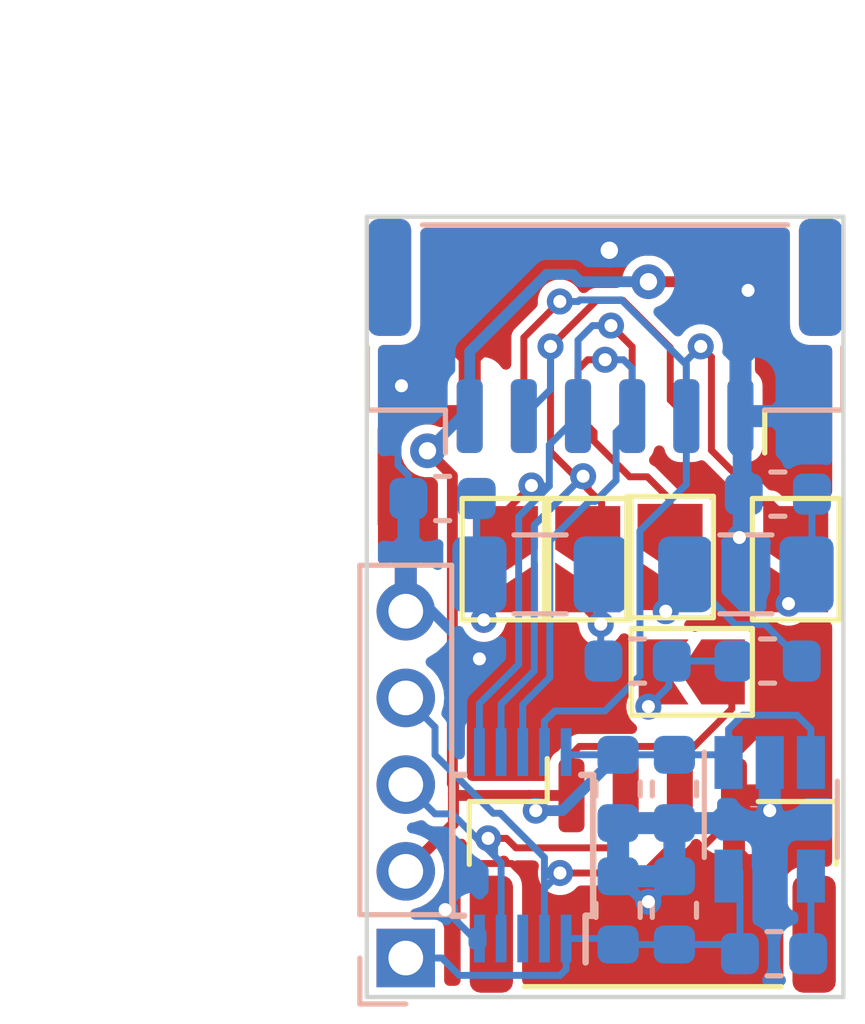
<source format=kicad_pcb>
(kicad_pcb (version 20171130) (host pcbnew "(5.1.0-0)")

  (general
    (thickness 1.6)
    (drawings 6)
    (tracks 286)
    (zones 0)
    (modules 22)
    (nets 16)
  )

  (page A4)
  (layers
    (0 F.Cu signal)
    (31 B.Cu signal)
    (32 B.Adhes user hide)
    (33 F.Adhes user hide)
    (34 B.Paste user hide)
    (35 F.Paste user hide)
    (36 B.SilkS user)
    (37 F.SilkS user)
    (38 B.Mask user hide)
    (39 F.Mask user hide)
    (40 Dwgs.User user)
    (41 Cmts.User user)
    (42 Eco1.User user)
    (43 Eco2.User user)
    (44 Edge.Cuts user)
    (45 Margin user)
    (46 B.CrtYd user hide)
    (47 F.CrtYd user hide)
    (48 B.Fab user hide)
    (49 F.Fab user hide)
  )

  (setup
    (last_trace_width 0.25)
    (user_trace_width 0.16)
    (trace_clearance 0.2)
    (zone_clearance 0.208)
    (zone_45_only no)
    (trace_min 0.152)
    (via_size 0.8)
    (via_drill 0.4)
    (via_min_size 0.6)
    (via_min_drill 0.3)
    (user_via 0.6 0.3)
    (uvia_size 0.3)
    (uvia_drill 0.1)
    (uvias_allowed no)
    (uvia_min_size 0.2)
    (uvia_min_drill 0.1)
    (edge_width 0.1)
    (segment_width 0.2)
    (pcb_text_width 0.3)
    (pcb_text_size 1.5 1.5)
    (mod_edge_width 0.15)
    (mod_text_size 1 1)
    (mod_text_width 0.15)
    (pad_size 1.524 1.524)
    (pad_drill 0.762)
    (pad_to_mask_clearance 0)
    (aux_axis_origin 0 0)
    (visible_elements FFFFEF7F)
    (pcbplotparams
      (layerselection 0x010fc_ffffffff)
      (usegerberextensions false)
      (usegerberattributes false)
      (usegerberadvancedattributes false)
      (creategerberjobfile false)
      (excludeedgelayer true)
      (linewidth 0.100000)
      (plotframeref false)
      (viasonmask false)
      (mode 1)
      (useauxorigin false)
      (hpglpennumber 1)
      (hpglpenspeed 20)
      (hpglpendiameter 15.000000)
      (psnegative false)
      (psa4output false)
      (plotreference true)
      (plotvalue true)
      (plotinvisibletext false)
      (padsonsilk false)
      (subtractmaskfromsilk false)
      (outputformat 1)
      (mirror false)
      (drillshape 0)
      (scaleselection 1)
      (outputdirectory "gerber/"))
  )

  (net 0 "")
  (net 1 GND)
  (net 2 +5V)
  (net 3 +3V3)
  (net 4 "Net-(C3-Pad2)")
  (net 5 /SDA)
  (net 6 /SCL)
  (net 7 /DI2C_SDAM)
  (net 8 /DI2C_SDAP)
  (net 9 /DI2C_SCLM)
  (net 10 /DI2C_SCLP)
  (net 11 "Net-(JP1-Pad2)")
  (net 12 "Net-(JP2-Pad2)")
  (net 13 "Net-(JP3-Pad2)")
  (net 14 "Net-(JP4-Pad2)")
  (net 15 "Net-(JP5-Pad2)")

  (net_class Default "This is the default net class."
    (clearance 0.2)
    (trace_width 0.25)
    (via_dia 0.8)
    (via_drill 0.4)
    (uvia_dia 0.3)
    (uvia_drill 0.1)
    (add_net +3V3)
    (add_net +5V)
    (add_net /DI2C_SCLM)
    (add_net /DI2C_SCLP)
    (add_net /DI2C_SDAM)
    (add_net /DI2C_SDAP)
    (add_net /SCL)
    (add_net /SDA)
    (add_net GND)
    (add_net "Net-(C3-Pad2)")
    (add_net "Net-(JP1-Pad2)")
    (add_net "Net-(JP2-Pad2)")
    (add_net "Net-(JP3-Pad2)")
    (add_net "Net-(JP4-Pad2)")
    (add_net "Net-(JP5-Pad2)")
  )

  (module Connector_PinHeader_2.00mm:PinHeader_1x05_P2.00mm_Vertical (layer B.Cu) (tedit 59FED667) (tstamp 5D084F02)
    (at 109.4 62.6)
    (descr "Through hole straight pin header, 1x05, 2.00mm pitch, single row")
    (tags "Through hole pin header THT 1x05 2.00mm single row")
    (path /5D103299)
    (fp_text reference J4 (at 0 2.06) (layer B.SilkS) hide
      (effects (font (size 1 1) (thickness 0.15)) (justify mirror))
    )
    (fp_text value I2C (at 0 -10.06) (layer B.Fab)
      (effects (font (size 1 1) (thickness 0.15)) (justify mirror))
    )
    (fp_text user %R (at 0 -4 -90) (layer B.Fab)
      (effects (font (size 1 1) (thickness 0.15)) (justify mirror))
    )
    (fp_line (start 1.5 1.5) (end -1.5 1.5) (layer B.CrtYd) (width 0.05))
    (fp_line (start 1.5 -9.5) (end 1.5 1.5) (layer B.CrtYd) (width 0.05))
    (fp_line (start -1.5 -9.5) (end 1.5 -9.5) (layer B.CrtYd) (width 0.05))
    (fp_line (start -1.5 1.5) (end -1.5 -9.5) (layer B.CrtYd) (width 0.05))
    (fp_line (start -1.06 1.06) (end 0 1.06) (layer B.SilkS) (width 0.12))
    (fp_line (start -1.06 0) (end -1.06 1.06) (layer B.SilkS) (width 0.12))
    (fp_line (start -1.06 -1) (end 1.06 -1) (layer B.SilkS) (width 0.12))
    (fp_line (start 1.06 -1) (end 1.06 -9.06) (layer B.SilkS) (width 0.12))
    (fp_line (start -1.06 -1) (end -1.06 -9.06) (layer B.SilkS) (width 0.12))
    (fp_line (start -1.06 -9.06) (end 1.06 -9.06) (layer B.SilkS) (width 0.12))
    (fp_line (start -1 0.5) (end -0.5 1) (layer B.Fab) (width 0.1))
    (fp_line (start -1 -9) (end -1 0.5) (layer B.Fab) (width 0.1))
    (fp_line (start 1 -9) (end -1 -9) (layer B.Fab) (width 0.1))
    (fp_line (start 1 1) (end 1 -9) (layer B.Fab) (width 0.1))
    (fp_line (start -0.5 1) (end 1 1) (layer B.Fab) (width 0.1))
    (pad 5 thru_hole oval (at 0 -8) (size 1.35 1.35) (drill 0.8) (layers *.Cu *.Mask)
      (net 1 GND))
    (pad 4 thru_hole oval (at 0 -6) (size 1.35 1.35) (drill 0.8) (layers *.Cu *.Mask)
      (net 5 /SDA))
    (pad 3 thru_hole oval (at 0 -4) (size 1.35 1.35) (drill 0.8) (layers *.Cu *.Mask)
      (net 6 /SCL))
    (pad 2 thru_hole oval (at 0 -2) (size 1.35 1.35) (drill 0.8) (layers *.Cu *.Mask)
      (net 2 +5V))
    (pad 1 thru_hole rect (at 0 0) (size 1.35 1.35) (drill 0.8) (layers *.Cu *.Mask)
      (net 3 +3V3))
    (model ${KISYS3DMOD}/Connector_PinHeader_2.00mm.3dshapes/PinHeader_1x05_P2.00mm_Vertical.wrl
      (at (xyz 0 0 0))
      (scale (xyz 1 1 1))
      (rotate (xyz 0 0 0))
    )
  )

  (module Connector_JST:JST_GH_SM04B-GHS-TB_1x04-1MP_P1.25mm_Horizontal (layer F.Cu) (tedit 5B78AD87) (tstamp 5D083699)
    (at 115.1 60.7)
    (descr "JST GH series connector, SM04B-GHS-TB (http://www.jst-mfg.com/product/pdf/eng/eGH.pdf), generated with kicad-footprint-generator")
    (tags "connector JST GH top entry")
    (path /5C6D3367)
    (attr smd)
    (fp_text reference J1 (at 0 -3.9) (layer F.SilkS) hide
      (effects (font (size 1 1) (thickness 0.15)))
    )
    (fp_text value I2C (at 0 3.9) (layer F.Fab)
      (effects (font (size 1 1) (thickness 0.15)))
    )
    (fp_text user %R (at 0 0) (layer F.Fab)
      (effects (font (size 1 1) (thickness 0.15)))
    )
    (fp_line (start -1.875 -0.892893) (end -1.375 -1.6) (layer F.Fab) (width 0.1))
    (fp_line (start -2.375 -1.6) (end -1.875 -0.892893) (layer F.Fab) (width 0.1))
    (fp_line (start 4.72 -3.2) (end -4.72 -3.2) (layer F.CrtYd) (width 0.05))
    (fp_line (start 4.72 3.2) (end 4.72 -3.2) (layer F.CrtYd) (width 0.05))
    (fp_line (start -4.72 3.2) (end 4.72 3.2) (layer F.CrtYd) (width 0.05))
    (fp_line (start -4.72 -3.2) (end -4.72 3.2) (layer F.CrtYd) (width 0.05))
    (fp_line (start 4.125 -1.6) (end 4.125 2.45) (layer F.Fab) (width 0.1))
    (fp_line (start -4.125 -1.6) (end -4.125 2.45) (layer F.Fab) (width 0.1))
    (fp_line (start -4.125 2.45) (end 4.125 2.45) (layer F.Fab) (width 0.1))
    (fp_line (start -2.965 2.56) (end 2.965 2.56) (layer F.SilkS) (width 0.12))
    (fp_line (start 4.235 -1.71) (end 2.435 -1.71) (layer F.SilkS) (width 0.12))
    (fp_line (start 4.235 -0.26) (end 4.235 -1.71) (layer F.SilkS) (width 0.12))
    (fp_line (start -2.435 -1.71) (end -2.435 -2.7) (layer F.SilkS) (width 0.12))
    (fp_line (start -4.235 -1.71) (end -2.435 -1.71) (layer F.SilkS) (width 0.12))
    (fp_line (start -4.235 -0.26) (end -4.235 -1.71) (layer F.SilkS) (width 0.12))
    (fp_line (start -4.125 -1.6) (end 4.125 -1.6) (layer F.Fab) (width 0.1))
    (pad MP smd roundrect (at 3.725 1.35) (size 1 2.7) (layers F.Cu F.Paste F.Mask) (roundrect_rratio 0.25))
    (pad MP smd roundrect (at -3.725 1.35) (size 1 2.7) (layers F.Cu F.Paste F.Mask) (roundrect_rratio 0.25))
    (pad 4 smd roundrect (at 1.875 -1.85) (size 0.6 1.7) (layers F.Cu F.Paste F.Mask) (roundrect_rratio 0.25)
      (net 1 GND))
    (pad 3 smd roundrect (at 0.625 -1.85) (size 0.6 1.7) (layers F.Cu F.Paste F.Mask) (roundrect_rratio 0.25)
      (net 5 /SDA))
    (pad 2 smd roundrect (at -0.625 -1.85) (size 0.6 1.7) (layers F.Cu F.Paste F.Mask) (roundrect_rratio 0.25)
      (net 6 /SCL))
    (pad 1 smd roundrect (at -1.875 -1.85) (size 0.6 1.7) (layers F.Cu F.Paste F.Mask) (roundrect_rratio 0.25)
      (net 2 +5V))
    (model ${KISYS3DMOD}/Connector_JST.3dshapes/JST_GH_SM04B-GHS-TB_1x04-1MP_P1.25mm_Horizontal.wrl
      (at (xyz 0 0 0))
      (scale (xyz 1 1 1))
      (rotate (xyz 0 0 0))
    )
  )

  (module Jumper:SolderJumper-2_P1.3mm_Open_TrianglePad1.0x1.5mm (layer F.Cu) (tedit 5A64794F) (tstamp 5D0841C3)
    (at 118.4 53.4 270)
    (descr "SMD Solder Jumper, 1x1.5mm Triangular Pads, 0.3mm gap, open")
    (tags "solder jumper open")
    (path /5D0E3819)
    (attr virtual)
    (fp_text reference JP5 (at 0 -1.8 270) (layer F.SilkS) hide
      (effects (font (size 1 1) (thickness 0.15)))
    )
    (fp_text value NC (at 0 1.9 270) (layer F.Fab)
      (effects (font (size 1 1) (thickness 0.15)))
    )
    (fp_line (start 1.65 1.25) (end -1.65 1.25) (layer F.CrtYd) (width 0.05))
    (fp_line (start 1.65 1.25) (end 1.65 -1.25) (layer F.CrtYd) (width 0.05))
    (fp_line (start -1.65 -1.25) (end -1.65 1.25) (layer F.CrtYd) (width 0.05))
    (fp_line (start -1.65 -1.25) (end 1.65 -1.25) (layer F.CrtYd) (width 0.05))
    (fp_line (start -1.4 -1) (end 1.4 -1) (layer F.SilkS) (width 0.12))
    (fp_line (start 1.4 -1) (end 1.4 1) (layer F.SilkS) (width 0.12))
    (fp_line (start 1.4 1) (end -1.4 1) (layer F.SilkS) (width 0.12))
    (fp_line (start -1.4 1) (end -1.4 -1) (layer F.SilkS) (width 0.12))
    (pad 1 smd custom (at -0.725 0 270) (size 0.3 0.3) (layers F.Cu F.Mask)
      (net 7 /DI2C_SDAM) (zone_connect 2)
      (options (clearance outline) (anchor rect))
      (primitives
        (gr_poly (pts
           (xy -0.5 -0.75) (xy 0.5 -0.75) (xy 1 0) (xy 0.5 0.75) (xy -0.5 0.75)
) (width 0))
      ))
    (pad 2 smd custom (at 0.725 0 270) (size 0.3 0.3) (layers F.Cu F.Mask)
      (net 15 "Net-(JP5-Pad2)") (zone_connect 2)
      (options (clearance outline) (anchor rect))
      (primitives
        (gr_poly (pts
           (xy -0.65 -0.75) (xy 0.5 -0.75) (xy 0.5 0.75) (xy -0.65 0.75) (xy -0.15 0)
) (width 0))
      ))
  )

  (module Jumper:SolderJumper-2_P1.3mm_Open_TrianglePad1.0x1.5mm (layer F.Cu) (tedit 5A64794F) (tstamp 5D0841B5)
    (at 115.5 53.35 270)
    (descr "SMD Solder Jumper, 1x1.5mm Triangular Pads, 0.3mm gap, open")
    (tags "solder jumper open")
    (path /5D0E084A)
    (attr virtual)
    (fp_text reference JP4 (at 0 -1.8 270) (layer F.SilkS) hide
      (effects (font (size 1 1) (thickness 0.15)))
    )
    (fp_text value NC (at 0 1.9 270) (layer F.Fab)
      (effects (font (size 1 1) (thickness 0.15)))
    )
    (fp_line (start 1.65 1.25) (end -1.65 1.25) (layer F.CrtYd) (width 0.05))
    (fp_line (start 1.65 1.25) (end 1.65 -1.25) (layer F.CrtYd) (width 0.05))
    (fp_line (start -1.65 -1.25) (end -1.65 1.25) (layer F.CrtYd) (width 0.05))
    (fp_line (start -1.65 -1.25) (end 1.65 -1.25) (layer F.CrtYd) (width 0.05))
    (fp_line (start -1.4 -1) (end 1.4 -1) (layer F.SilkS) (width 0.12))
    (fp_line (start 1.4 -1) (end 1.4 1) (layer F.SilkS) (width 0.12))
    (fp_line (start 1.4 1) (end -1.4 1) (layer F.SilkS) (width 0.12))
    (fp_line (start -1.4 1) (end -1.4 -1) (layer F.SilkS) (width 0.12))
    (pad 1 smd custom (at -0.725 0 270) (size 0.3 0.3) (layers F.Cu F.Mask)
      (net 8 /DI2C_SDAP) (zone_connect 2)
      (options (clearance outline) (anchor rect))
      (primitives
        (gr_poly (pts
           (xy -0.5 -0.75) (xy 0.5 -0.75) (xy 1 0) (xy 0.5 0.75) (xy -0.5 0.75)
) (width 0))
      ))
    (pad 2 smd custom (at 0.725 0 270) (size 0.3 0.3) (layers F.Cu F.Mask)
      (net 14 "Net-(JP4-Pad2)") (zone_connect 2)
      (options (clearance outline) (anchor rect))
      (primitives
        (gr_poly (pts
           (xy -0.65 -0.75) (xy 0.5 -0.75) (xy 0.5 0.75) (xy -0.65 0.75) (xy -0.15 0)
) (width 0))
      ))
  )

  (module Jumper:SolderJumper-2_P1.3mm_Open_TrianglePad1.0x1.5mm (layer F.Cu) (tedit 5A64794F) (tstamp 5D094CB1)
    (at 116 56 180)
    (descr "SMD Solder Jumper, 1x1.5mm Triangular Pads, 0.3mm gap, open")
    (tags "solder jumper open")
    (path /5D0D82A2)
    (attr virtual)
    (fp_text reference JP3 (at 0 -1.8 180) (layer F.SilkS) hide
      (effects (font (size 1 1) (thickness 0.15)))
    )
    (fp_text value NC (at 0 1.9 180) (layer F.Fab)
      (effects (font (size 1 1) (thickness 0.15)))
    )
    (fp_line (start 1.65 1.25) (end -1.65 1.25) (layer F.CrtYd) (width 0.05))
    (fp_line (start 1.65 1.25) (end 1.65 -1.25) (layer F.CrtYd) (width 0.05))
    (fp_line (start -1.65 -1.25) (end -1.65 1.25) (layer F.CrtYd) (width 0.05))
    (fp_line (start -1.65 -1.25) (end 1.65 -1.25) (layer F.CrtYd) (width 0.05))
    (fp_line (start -1.4 -1) (end 1.4 -1) (layer F.SilkS) (width 0.12))
    (fp_line (start 1.4 -1) (end 1.4 1) (layer F.SilkS) (width 0.12))
    (fp_line (start 1.4 1) (end -1.4 1) (layer F.SilkS) (width 0.12))
    (fp_line (start -1.4 1) (end -1.4 -1) (layer F.SilkS) (width 0.12))
    (pad 1 smd custom (at -0.725 0 180) (size 0.3 0.3) (layers F.Cu F.Mask)
      (net 2 +5V) (zone_connect 2)
      (options (clearance outline) (anchor rect))
      (primitives
        (gr_poly (pts
           (xy -0.5 -0.75) (xy 0.5 -0.75) (xy 1 0) (xy 0.5 0.75) (xy -0.5 0.75)
) (width 0))
      ))
    (pad 2 smd custom (at 0.725 0 180) (size 0.3 0.3) (layers F.Cu F.Mask)
      (net 13 "Net-(JP3-Pad2)") (zone_connect 2)
      (options (clearance outline) (anchor rect))
      (primitives
        (gr_poly (pts
           (xy -0.65 -0.75) (xy 0.5 -0.75) (xy 0.5 0.75) (xy -0.65 0.75) (xy -0.15 0)
) (width 0))
      ))
  )

  (module Jumper:SolderJumper-2_P1.3mm_Open_TrianglePad1.0x1.5mm (layer F.Cu) (tedit 5A64794F) (tstamp 5D0844BF)
    (at 111.7 53.4 270)
    (descr "SMD Solder Jumper, 1x1.5mm Triangular Pads, 0.3mm gap, open")
    (tags "solder jumper open")
    (path /5D0E4392)
    (attr virtual)
    (fp_text reference JP2 (at 0 -1.8 270) (layer F.SilkS) hide
      (effects (font (size 1 1) (thickness 0.15)))
    )
    (fp_text value NC (at 0 1.9 270) (layer F.Fab)
      (effects (font (size 1 1) (thickness 0.15)))
    )
    (fp_line (start 1.65 1.25) (end -1.65 1.25) (layer F.CrtYd) (width 0.05))
    (fp_line (start 1.65 1.25) (end 1.65 -1.25) (layer F.CrtYd) (width 0.05))
    (fp_line (start -1.65 -1.25) (end -1.65 1.25) (layer F.CrtYd) (width 0.05))
    (fp_line (start -1.65 -1.25) (end 1.65 -1.25) (layer F.CrtYd) (width 0.05))
    (fp_line (start -1.4 -1) (end 1.4 -1) (layer F.SilkS) (width 0.12))
    (fp_line (start 1.4 -1) (end 1.4 1) (layer F.SilkS) (width 0.12))
    (fp_line (start 1.4 1) (end -1.4 1) (layer F.SilkS) (width 0.12))
    (fp_line (start -1.4 1) (end -1.4 -1) (layer F.SilkS) (width 0.12))
    (pad 1 smd custom (at -0.725 0 270) (size 0.3 0.3) (layers F.Cu F.Mask)
      (net 9 /DI2C_SCLM) (zone_connect 2)
      (options (clearance outline) (anchor rect))
      (primitives
        (gr_poly (pts
           (xy -0.5 -0.75) (xy 0.5 -0.75) (xy 1 0) (xy 0.5 0.75) (xy -0.5 0.75)
) (width 0))
      ))
    (pad 2 smd custom (at 0.725 0 270) (size 0.3 0.3) (layers F.Cu F.Mask)
      (net 12 "Net-(JP2-Pad2)") (zone_connect 2)
      (options (clearance outline) (anchor rect))
      (primitives
        (gr_poly (pts
           (xy -0.65 -0.75) (xy 0.5 -0.75) (xy 0.5 0.75) (xy -0.65 0.75) (xy -0.15 0)
) (width 0))
      ))
  )

  (module Jumper:SolderJumper-2_P1.3mm_Open_TrianglePad1.0x1.5mm (layer F.Cu) (tedit 5A64794F) (tstamp 5D08418B)
    (at 113.6 53.4 270)
    (descr "SMD Solder Jumper, 1x1.5mm Triangular Pads, 0.3mm gap, open")
    (tags "solder jumper open")
    (path /5D0E3C20)
    (attr virtual)
    (fp_text reference JP1 (at 0 -1.8 270) (layer F.SilkS) hide
      (effects (font (size 1 1) (thickness 0.15)))
    )
    (fp_text value NC (at 0 1.9 270) (layer F.Fab)
      (effects (font (size 1 1) (thickness 0.15)))
    )
    (fp_line (start 1.65 1.25) (end -1.65 1.25) (layer F.CrtYd) (width 0.05))
    (fp_line (start 1.65 1.25) (end 1.65 -1.25) (layer F.CrtYd) (width 0.05))
    (fp_line (start -1.65 -1.25) (end -1.65 1.25) (layer F.CrtYd) (width 0.05))
    (fp_line (start -1.65 -1.25) (end 1.65 -1.25) (layer F.CrtYd) (width 0.05))
    (fp_line (start -1.4 -1) (end 1.4 -1) (layer F.SilkS) (width 0.12))
    (fp_line (start 1.4 -1) (end 1.4 1) (layer F.SilkS) (width 0.12))
    (fp_line (start 1.4 1) (end -1.4 1) (layer F.SilkS) (width 0.12))
    (fp_line (start -1.4 1) (end -1.4 -1) (layer F.SilkS) (width 0.12))
    (pad 1 smd custom (at -0.725 0 270) (size 0.3 0.3) (layers F.Cu F.Mask)
      (net 10 /DI2C_SCLP) (zone_connect 2)
      (options (clearance outline) (anchor rect))
      (primitives
        (gr_poly (pts
           (xy -0.5 -0.75) (xy 0.5 -0.75) (xy 1 0) (xy 0.5 0.75) (xy -0.5 0.75)
) (width 0))
      ))
    (pad 2 smd custom (at 0.725 0 270) (size 0.3 0.3) (layers F.Cu F.Mask)
      (net 11 "Net-(JP1-Pad2)") (zone_connect 2)
      (options (clearance outline) (anchor rect))
      (primitives
        (gr_poly (pts
           (xy -0.65 -0.75) (xy 0.5 -0.75) (xy 0.5 0.75) (xy -0.65 0.75) (xy -0.15 0)
) (width 0))
      ))
  )

  (module Package_TO_SOT_SMD:TSOT-23-5 (layer B.Cu) (tedit 5A02FF57) (tstamp 5D08374E)
    (at 117.8 59.4 270)
    (descr "5-pin TSOT23 package, http://cds.linear.com/docs/en/packaging/SOT_5_05-08-1635.pdf")
    (tags TSOT-23-5)
    (path /5C721689)
    (attr smd)
    (fp_text reference U1 (at 0 2.45 270) (layer B.SilkS) hide
      (effects (font (size 1 1) (thickness 0.15)) (justify mirror))
    )
    (fp_text value LT1761-3.3 (at 0 -2.5 270) (layer B.Fab)
      (effects (font (size 1 1) (thickness 0.15)) (justify mirror))
    )
    (fp_line (start 2.17 -1.7) (end -2.17 -1.7) (layer B.CrtYd) (width 0.05))
    (fp_line (start 2.17 -1.7) (end 2.17 1.7) (layer B.CrtYd) (width 0.05))
    (fp_line (start -2.17 1.7) (end -2.17 -1.7) (layer B.CrtYd) (width 0.05))
    (fp_line (start -2.17 1.7) (end 2.17 1.7) (layer B.CrtYd) (width 0.05))
    (fp_line (start 0.88 1.45) (end 0.88 -1.45) (layer B.Fab) (width 0.1))
    (fp_line (start 0.88 -1.45) (end -0.88 -1.45) (layer B.Fab) (width 0.1))
    (fp_line (start -0.88 1) (end -0.88 -1.45) (layer B.Fab) (width 0.1))
    (fp_line (start 0.88 1.45) (end -0.43 1.45) (layer B.Fab) (width 0.1))
    (fp_line (start -0.88 1) (end -0.43 1.45) (layer B.Fab) (width 0.1))
    (fp_line (start 0.88 1.51) (end -1.55 1.51) (layer B.SilkS) (width 0.12))
    (fp_line (start -0.88 -1.56) (end 0.88 -1.56) (layer B.SilkS) (width 0.12))
    (fp_text user %R (at 0 0 180) (layer B.Fab)
      (effects (font (size 0.5 0.5) (thickness 0.075)) (justify mirror))
    )
    (pad 5 smd rect (at 1.31 0.95 270) (size 1.22 0.65) (layers B.Cu B.Paste B.Mask)
      (net 3 +3V3))
    (pad 4 smd rect (at 1.31 -0.95 270) (size 1.22 0.65) (layers B.Cu B.Paste B.Mask)
      (net 4 "Net-(C3-Pad2)"))
    (pad 3 smd rect (at -1.31 -0.95 270) (size 1.22 0.65) (layers B.Cu B.Paste B.Mask)
      (net 2 +5V))
    (pad 2 smd rect (at -1.31 0 270) (size 1.22 0.65) (layers B.Cu B.Paste B.Mask)
      (net 1 GND))
    (pad 1 smd rect (at -1.31 0.95 270) (size 1.22 0.65) (layers B.Cu B.Paste B.Mask)
      (net 2 +5V))
    (model ${KISYS3DMOD}/Package_TO_SOT_SMD.3dshapes/TSOT-23-5.wrl
      (at (xyz 0 0 0))
      (scale (xyz 1 1 1))
      (rotate (xyz 0 0 0))
    )
  )

  (module Resistor_SMD:R_0603_1608Metric (layer B.Cu) (tedit 5B301BBD) (tstamp 5D083739)
    (at 117.9875 51.9 180)
    (descr "Resistor SMD 0603 (1608 Metric), square (rectangular) end terminal, IPC_7351 nominal, (Body size source: http://www.tortai-tech.com/upload/download/2011102023233369053.pdf), generated with kicad-footprint-generator")
    (tags resistor)
    (path /5DCD5425)
    (attr smd)
    (fp_text reference R6 (at 0 1.43 180) (layer B.SilkS) hide
      (effects (font (size 1 1) (thickness 0.15)) (justify mirror))
    )
    (fp_text value 604 (at 0 -1.43 180) (layer B.Fab)
      (effects (font (size 1 1) (thickness 0.15)) (justify mirror))
    )
    (fp_text user %R (at 0 0 180) (layer B.Fab)
      (effects (font (size 0.4 0.4) (thickness 0.06)) (justify mirror))
    )
    (fp_line (start 1.48 -0.73) (end -1.48 -0.73) (layer B.CrtYd) (width 0.05))
    (fp_line (start 1.48 0.73) (end 1.48 -0.73) (layer B.CrtYd) (width 0.05))
    (fp_line (start -1.48 0.73) (end 1.48 0.73) (layer B.CrtYd) (width 0.05))
    (fp_line (start -1.48 -0.73) (end -1.48 0.73) (layer B.CrtYd) (width 0.05))
    (fp_line (start -0.162779 -0.51) (end 0.162779 -0.51) (layer B.SilkS) (width 0.12))
    (fp_line (start -0.162779 0.51) (end 0.162779 0.51) (layer B.SilkS) (width 0.12))
    (fp_line (start 0.8 -0.4) (end -0.8 -0.4) (layer B.Fab) (width 0.1))
    (fp_line (start 0.8 0.4) (end 0.8 -0.4) (layer B.Fab) (width 0.1))
    (fp_line (start -0.8 0.4) (end 0.8 0.4) (layer B.Fab) (width 0.1))
    (fp_line (start -0.8 -0.4) (end -0.8 0.4) (layer B.Fab) (width 0.1))
    (pad 2 smd roundrect (at 0.7875 0 180) (size 0.875 0.95) (layers B.Cu B.Paste B.Mask) (roundrect_rratio 0.25)
      (net 1 GND))
    (pad 1 smd roundrect (at -0.7875 0 180) (size 0.875 0.95) (layers B.Cu B.Paste B.Mask) (roundrect_rratio 0.25)
      (net 15 "Net-(JP5-Pad2)"))
    (model ${KISYS3DMOD}/Resistor_SMD.3dshapes/R_0603_1608Metric.wrl
      (at (xyz 0 0 0))
      (scale (xyz 1 1 1))
      (rotate (xyz 0 0 0))
    )
  )

  (module Resistor_SMD:R_1206_3216Metric (layer B.Cu) (tedit 5B301BBD) (tstamp 5D0944CD)
    (at 117.25 53.75)
    (descr "Resistor SMD 1206 (3216 Metric), square (rectangular) end terminal, IPC_7351 nominal, (Body size source: http://www.tortai-tech.com/upload/download/2011102023233369053.pdf), generated with kicad-footprint-generator")
    (tags resistor)
    (path /5DCD517F)
    (attr smd)
    (fp_text reference R5 (at 0 1.82) (layer B.SilkS) hide
      (effects (font (size 1 1) (thickness 0.15)) (justify mirror))
    )
    (fp_text value 120 (at 0 -1.82) (layer B.Fab)
      (effects (font (size 1 1) (thickness 0.15)) (justify mirror))
    )
    (fp_text user %R (at 0 0) (layer B.Fab)
      (effects (font (size 0.8 0.8) (thickness 0.12)) (justify mirror))
    )
    (fp_line (start 2.28 -1.12) (end -2.28 -1.12) (layer B.CrtYd) (width 0.05))
    (fp_line (start 2.28 1.12) (end 2.28 -1.12) (layer B.CrtYd) (width 0.05))
    (fp_line (start -2.28 1.12) (end 2.28 1.12) (layer B.CrtYd) (width 0.05))
    (fp_line (start -2.28 -1.12) (end -2.28 1.12) (layer B.CrtYd) (width 0.05))
    (fp_line (start -0.602064 -0.91) (end 0.602064 -0.91) (layer B.SilkS) (width 0.12))
    (fp_line (start -0.602064 0.91) (end 0.602064 0.91) (layer B.SilkS) (width 0.12))
    (fp_line (start 1.6 -0.8) (end -1.6 -0.8) (layer B.Fab) (width 0.1))
    (fp_line (start 1.6 0.8) (end 1.6 -0.8) (layer B.Fab) (width 0.1))
    (fp_line (start -1.6 0.8) (end 1.6 0.8) (layer B.Fab) (width 0.1))
    (fp_line (start -1.6 -0.8) (end -1.6 0.8) (layer B.Fab) (width 0.1))
    (pad 2 smd roundrect (at 1.4 0) (size 1.25 1.75) (layers B.Cu B.Paste B.Mask) (roundrect_rratio 0.2)
      (net 15 "Net-(JP5-Pad2)"))
    (pad 1 smd roundrect (at -1.4 0) (size 1.25 1.75) (layers B.Cu B.Paste B.Mask) (roundrect_rratio 0.2)
      (net 14 "Net-(JP4-Pad2)"))
    (model ${KISYS3DMOD}/Resistor_SMD.3dshapes/R_1206_3216Metric.wrl
      (at (xyz 0 0 0))
      (scale (xyz 1 1 1))
      (rotate (xyz 0 0 0))
    )
  )

  (module Resistor_SMD:R_0603_1608Metric (layer B.Cu) (tedit 5B301BBD) (tstamp 5D094D1C)
    (at 117.75 55.75)
    (descr "Resistor SMD 0603 (1608 Metric), square (rectangular) end terminal, IPC_7351 nominal, (Body size source: http://www.tortai-tech.com/upload/download/2011102023233369053.pdf), generated with kicad-footprint-generator")
    (tags resistor)
    (path /5DCD48BB)
    (attr smd)
    (fp_text reference R4 (at 0 1.43) (layer B.SilkS) hide
      (effects (font (size 1 1) (thickness 0.15)) (justify mirror))
    )
    (fp_text value 604 (at 0 -1.43) (layer B.Fab)
      (effects (font (size 1 1) (thickness 0.15)) (justify mirror))
    )
    (fp_text user %R (at 0 0) (layer B.Fab)
      (effects (font (size 0.4 0.4) (thickness 0.06)) (justify mirror))
    )
    (fp_line (start 1.48 -0.73) (end -1.48 -0.73) (layer B.CrtYd) (width 0.05))
    (fp_line (start 1.48 0.73) (end 1.48 -0.73) (layer B.CrtYd) (width 0.05))
    (fp_line (start -1.48 0.73) (end 1.48 0.73) (layer B.CrtYd) (width 0.05))
    (fp_line (start -1.48 -0.73) (end -1.48 0.73) (layer B.CrtYd) (width 0.05))
    (fp_line (start -0.162779 -0.51) (end 0.162779 -0.51) (layer B.SilkS) (width 0.12))
    (fp_line (start -0.162779 0.51) (end 0.162779 0.51) (layer B.SilkS) (width 0.12))
    (fp_line (start 0.8 -0.4) (end -0.8 -0.4) (layer B.Fab) (width 0.1))
    (fp_line (start 0.8 0.4) (end 0.8 -0.4) (layer B.Fab) (width 0.1))
    (fp_line (start -0.8 0.4) (end 0.8 0.4) (layer B.Fab) (width 0.1))
    (fp_line (start -0.8 -0.4) (end -0.8 0.4) (layer B.Fab) (width 0.1))
    (pad 2 smd roundrect (at 0.7875 0) (size 0.875 0.95) (layers B.Cu B.Paste B.Mask) (roundrect_rratio 0.25)
      (net 14 "Net-(JP4-Pad2)"))
    (pad 1 smd roundrect (at -0.7875 0) (size 0.875 0.95) (layers B.Cu B.Paste B.Mask) (roundrect_rratio 0.25)
      (net 13 "Net-(JP3-Pad2)"))
    (model ${KISYS3DMOD}/Resistor_SMD.3dshapes/R_0603_1608Metric.wrl
      (at (xyz 0 0 0))
      (scale (xyz 1 1 1))
      (rotate (xyz 0 0 0))
    )
  )

  (module Resistor_SMD:R_0603_1608Metric (layer B.Cu) (tedit 5B301BBD) (tstamp 5D083706)
    (at 110.25 52 180)
    (descr "Resistor SMD 0603 (1608 Metric), square (rectangular) end terminal, IPC_7351 nominal, (Body size source: http://www.tortai-tech.com/upload/download/2011102023233369053.pdf), generated with kicad-footprint-generator")
    (tags resistor)
    (path /5E347490)
    (attr smd)
    (fp_text reference R3 (at 0 1.43 180) (layer B.SilkS) hide
      (effects (font (size 1 1) (thickness 0.15)) (justify mirror))
    )
    (fp_text value 604 (at 0 -1.43 180) (layer B.Fab)
      (effects (font (size 1 1) (thickness 0.15)) (justify mirror))
    )
    (fp_text user %R (at 0 0 180) (layer B.Fab)
      (effects (font (size 0.4 0.4) (thickness 0.06)) (justify mirror))
    )
    (fp_line (start 1.48 -0.73) (end -1.48 -0.73) (layer B.CrtYd) (width 0.05))
    (fp_line (start 1.48 0.73) (end 1.48 -0.73) (layer B.CrtYd) (width 0.05))
    (fp_line (start -1.48 0.73) (end 1.48 0.73) (layer B.CrtYd) (width 0.05))
    (fp_line (start -1.48 -0.73) (end -1.48 0.73) (layer B.CrtYd) (width 0.05))
    (fp_line (start -0.162779 -0.51) (end 0.162779 -0.51) (layer B.SilkS) (width 0.12))
    (fp_line (start -0.162779 0.51) (end 0.162779 0.51) (layer B.SilkS) (width 0.12))
    (fp_line (start 0.8 -0.4) (end -0.8 -0.4) (layer B.Fab) (width 0.1))
    (fp_line (start 0.8 0.4) (end 0.8 -0.4) (layer B.Fab) (width 0.1))
    (fp_line (start -0.8 0.4) (end 0.8 0.4) (layer B.Fab) (width 0.1))
    (fp_line (start -0.8 -0.4) (end -0.8 0.4) (layer B.Fab) (width 0.1))
    (pad 2 smd roundrect (at 0.7875 0 180) (size 0.875 0.95) (layers B.Cu B.Paste B.Mask) (roundrect_rratio 0.25)
      (net 1 GND))
    (pad 1 smd roundrect (at -0.7875 0 180) (size 0.875 0.95) (layers B.Cu B.Paste B.Mask) (roundrect_rratio 0.25)
      (net 12 "Net-(JP2-Pad2)"))
    (model ${KISYS3DMOD}/Resistor_SMD.3dshapes/R_0603_1608Metric.wrl
      (at (xyz 0 0 0))
      (scale (xyz 1 1 1))
      (rotate (xyz 0 0 0))
    )
  )

  (module Resistor_SMD:R_1206_3216Metric (layer B.Cu) (tedit 5B301BBD) (tstamp 5D0836F5)
    (at 112.5 53.75 180)
    (descr "Resistor SMD 1206 (3216 Metric), square (rectangular) end terminal, IPC_7351 nominal, (Body size source: http://www.tortai-tech.com/upload/download/2011102023233369053.pdf), generated with kicad-footprint-generator")
    (tags resistor)
    (path /5E34748A)
    (attr smd)
    (fp_text reference R2 (at 0 1.82 180) (layer B.SilkS) hide
      (effects (font (size 1 1) (thickness 0.15)) (justify mirror))
    )
    (fp_text value 120 (at 0 -1.82 180) (layer B.Fab)
      (effects (font (size 1 1) (thickness 0.15)) (justify mirror))
    )
    (fp_text user %R (at 0 0 180) (layer B.Fab)
      (effects (font (size 0.8 0.8) (thickness 0.12)) (justify mirror))
    )
    (fp_line (start 2.28 -1.12) (end -2.28 -1.12) (layer B.CrtYd) (width 0.05))
    (fp_line (start 2.28 1.12) (end 2.28 -1.12) (layer B.CrtYd) (width 0.05))
    (fp_line (start -2.28 1.12) (end 2.28 1.12) (layer B.CrtYd) (width 0.05))
    (fp_line (start -2.28 -1.12) (end -2.28 1.12) (layer B.CrtYd) (width 0.05))
    (fp_line (start -0.602064 -0.91) (end 0.602064 -0.91) (layer B.SilkS) (width 0.12))
    (fp_line (start -0.602064 0.91) (end 0.602064 0.91) (layer B.SilkS) (width 0.12))
    (fp_line (start 1.6 -0.8) (end -1.6 -0.8) (layer B.Fab) (width 0.1))
    (fp_line (start 1.6 0.8) (end 1.6 -0.8) (layer B.Fab) (width 0.1))
    (fp_line (start -1.6 0.8) (end 1.6 0.8) (layer B.Fab) (width 0.1))
    (fp_line (start -1.6 -0.8) (end -1.6 0.8) (layer B.Fab) (width 0.1))
    (pad 2 smd roundrect (at 1.4 0 180) (size 1.25 1.75) (layers B.Cu B.Paste B.Mask) (roundrect_rratio 0.2)
      (net 12 "Net-(JP2-Pad2)"))
    (pad 1 smd roundrect (at -1.4 0 180) (size 1.25 1.75) (layers B.Cu B.Paste B.Mask) (roundrect_rratio 0.2)
      (net 11 "Net-(JP1-Pad2)"))
    (model ${KISYS3DMOD}/Resistor_SMD.3dshapes/R_1206_3216Metric.wrl
      (at (xyz 0 0 0))
      (scale (xyz 1 1 1))
      (rotate (xyz 0 0 0))
    )
  )

  (module Resistor_SMD:R_0603_1608Metric (layer B.Cu) (tedit 5B301BBD) (tstamp 5D0836E4)
    (at 114.75 55.75 180)
    (descr "Resistor SMD 0603 (1608 Metric), square (rectangular) end terminal, IPC_7351 nominal, (Body size source: http://www.tortai-tech.com/upload/download/2011102023233369053.pdf), generated with kicad-footprint-generator")
    (tags resistor)
    (path /5E347484)
    (attr smd)
    (fp_text reference R1 (at 0 1.43 180) (layer B.SilkS) hide
      (effects (font (size 1 1) (thickness 0.15)) (justify mirror))
    )
    (fp_text value 604 (at 0 -1.43 180) (layer B.Fab)
      (effects (font (size 1 1) (thickness 0.15)) (justify mirror))
    )
    (fp_text user %R (at 0 0 180) (layer B.Fab)
      (effects (font (size 0.4 0.4) (thickness 0.06)) (justify mirror))
    )
    (fp_line (start 1.48 -0.73) (end -1.48 -0.73) (layer B.CrtYd) (width 0.05))
    (fp_line (start 1.48 0.73) (end 1.48 -0.73) (layer B.CrtYd) (width 0.05))
    (fp_line (start -1.48 0.73) (end 1.48 0.73) (layer B.CrtYd) (width 0.05))
    (fp_line (start -1.48 -0.73) (end -1.48 0.73) (layer B.CrtYd) (width 0.05))
    (fp_line (start -0.162779 -0.51) (end 0.162779 -0.51) (layer B.SilkS) (width 0.12))
    (fp_line (start -0.162779 0.51) (end 0.162779 0.51) (layer B.SilkS) (width 0.12))
    (fp_line (start 0.8 -0.4) (end -0.8 -0.4) (layer B.Fab) (width 0.1))
    (fp_line (start 0.8 0.4) (end 0.8 -0.4) (layer B.Fab) (width 0.1))
    (fp_line (start -0.8 0.4) (end 0.8 0.4) (layer B.Fab) (width 0.1))
    (fp_line (start -0.8 -0.4) (end -0.8 0.4) (layer B.Fab) (width 0.1))
    (pad 2 smd roundrect (at 0.7875 0 180) (size 0.875 0.95) (layers B.Cu B.Paste B.Mask) (roundrect_rratio 0.25)
      (net 11 "Net-(JP1-Pad2)"))
    (pad 1 smd roundrect (at -0.7875 0 180) (size 0.875 0.95) (layers B.Cu B.Paste B.Mask) (roundrect_rratio 0.25)
      (net 13 "Net-(JP3-Pad2)"))
    (model ${KISYS3DMOD}/Resistor_SMD.3dshapes/R_0603_1608Metric.wrl
      (at (xyz 0 0 0))
      (scale (xyz 1 1 1))
      (rotate (xyz 0 0 0))
    )
  )

  (module Connector_JST:JST_GH_SM06B-GHS-TB_1x06-1MP_P1.25mm_Horizontal (layer B.Cu) (tedit 5B78AD87) (tstamp 5D0836D3)
    (at 114 48.25)
    (descr "JST GH series connector, SM06B-GHS-TB (http://www.jst-mfg.com/product/pdf/eng/eGH.pdf), generated with kicad-footprint-generator")
    (tags "connector JST GH top entry")
    (path /5DADB48F)
    (attr smd)
    (fp_text reference J3 (at 0 3.9) (layer B.SilkS) hide
      (effects (font (size 1 1) (thickness 0.15)) (justify mirror))
    )
    (fp_text value I2C_differential (at 0 -3.9) (layer B.Fab)
      (effects (font (size 1 1) (thickness 0.15)) (justify mirror))
    )
    (fp_text user %R (at 0 0) (layer B.Fab)
      (effects (font (size 1 1) (thickness 0.15)) (justify mirror))
    )
    (fp_line (start -3.125 0.892893) (end -2.625 1.6) (layer B.Fab) (width 0.1))
    (fp_line (start -3.625 1.6) (end -3.125 0.892893) (layer B.Fab) (width 0.1))
    (fp_line (start 5.98 3.2) (end -5.98 3.2) (layer B.CrtYd) (width 0.05))
    (fp_line (start 5.98 -3.2) (end 5.98 3.2) (layer B.CrtYd) (width 0.05))
    (fp_line (start -5.98 -3.2) (end 5.98 -3.2) (layer B.CrtYd) (width 0.05))
    (fp_line (start -5.98 3.2) (end -5.98 -3.2) (layer B.CrtYd) (width 0.05))
    (fp_line (start 5.375 1.6) (end 5.375 -2.45) (layer B.Fab) (width 0.1))
    (fp_line (start -5.375 1.6) (end -5.375 -2.45) (layer B.Fab) (width 0.1))
    (fp_line (start -5.375 -2.45) (end 5.375 -2.45) (layer B.Fab) (width 0.1))
    (fp_line (start -4.215 -2.56) (end 4.215 -2.56) (layer B.SilkS) (width 0.12))
    (fp_line (start 5.485 1.71) (end 3.685 1.71) (layer B.SilkS) (width 0.12))
    (fp_line (start 5.485 0.26) (end 5.485 1.71) (layer B.SilkS) (width 0.12))
    (fp_line (start -3.685 1.71) (end -3.685 2.7) (layer B.SilkS) (width 0.12))
    (fp_line (start -5.485 1.71) (end -3.685 1.71) (layer B.SilkS) (width 0.12))
    (fp_line (start -5.485 0.26) (end -5.485 1.71) (layer B.SilkS) (width 0.12))
    (fp_line (start -5.375 1.6) (end 5.375 1.6) (layer B.Fab) (width 0.1))
    (pad MP smd roundrect (at 4.975 -1.35) (size 1 2.7) (layers B.Cu B.Paste B.Mask) (roundrect_rratio 0.25))
    (pad MP smd roundrect (at -4.975 -1.35) (size 1 2.7) (layers B.Cu B.Paste B.Mask) (roundrect_rratio 0.25))
    (pad 6 smd roundrect (at 3.125 1.85) (size 0.6 1.7) (layers B.Cu B.Paste B.Mask) (roundrect_rratio 0.25)
      (net 1 GND))
    (pad 5 smd roundrect (at 1.875 1.85) (size 0.6 1.7) (layers B.Cu B.Paste B.Mask) (roundrect_rratio 0.25)
      (net 7 /DI2C_SDAM))
    (pad 4 smd roundrect (at 0.625 1.85) (size 0.6 1.7) (layers B.Cu B.Paste B.Mask) (roundrect_rratio 0.25)
      (net 8 /DI2C_SDAP))
    (pad 3 smd roundrect (at -0.625 1.85) (size 0.6 1.7) (layers B.Cu B.Paste B.Mask) (roundrect_rratio 0.25)
      (net 9 /DI2C_SCLM))
    (pad 2 smd roundrect (at -1.875 1.85) (size 0.6 1.7) (layers B.Cu B.Paste B.Mask) (roundrect_rratio 0.25)
      (net 10 /DI2C_SCLP))
    (pad 1 smd roundrect (at -3.125 1.85) (size 0.6 1.7) (layers B.Cu B.Paste B.Mask) (roundrect_rratio 0.25)
      (net 2 +5V))
    (model ${KISYS3DMOD}/Connector_JST.3dshapes/JST_GH_SM06B-GHS-TB_1x06-1MP_P1.25mm_Horizontal.wrl
      (at (xyz 0 0 0))
      (scale (xyz 1 1 1))
      (rotate (xyz 0 0 0))
    )
  )

  (module Connector_JST:JST_GH_SM06B-GHS-TB_1x06-1MP_P1.25mm_Horizontal (layer F.Cu) (tedit 5B78AD87) (tstamp 5D0836B6)
    (at 114 48.25 180)
    (descr "JST GH series connector, SM06B-GHS-TB (http://www.jst-mfg.com/product/pdf/eng/eGH.pdf), generated with kicad-footprint-generator")
    (tags "connector JST GH top entry")
    (path /5D1E3131)
    (attr smd)
    (fp_text reference J2 (at 0 -3.9 180) (layer F.SilkS) hide
      (effects (font (size 1 1) (thickness 0.15)))
    )
    (fp_text value I2C_differential (at 0 3.9 180) (layer F.Fab)
      (effects (font (size 1 1) (thickness 0.15)))
    )
    (fp_text user %R (at 0 0 180) (layer F.Fab)
      (effects (font (size 1 1) (thickness 0.15)))
    )
    (fp_line (start -3.125 -0.892893) (end -2.625 -1.6) (layer F.Fab) (width 0.1))
    (fp_line (start -3.625 -1.6) (end -3.125 -0.892893) (layer F.Fab) (width 0.1))
    (fp_line (start 5.98 -3.2) (end -5.98 -3.2) (layer F.CrtYd) (width 0.05))
    (fp_line (start 5.98 3.2) (end 5.98 -3.2) (layer F.CrtYd) (width 0.05))
    (fp_line (start -5.98 3.2) (end 5.98 3.2) (layer F.CrtYd) (width 0.05))
    (fp_line (start -5.98 -3.2) (end -5.98 3.2) (layer F.CrtYd) (width 0.05))
    (fp_line (start 5.375 -1.6) (end 5.375 2.45) (layer F.Fab) (width 0.1))
    (fp_line (start -5.375 -1.6) (end -5.375 2.45) (layer F.Fab) (width 0.1))
    (fp_line (start -5.375 2.45) (end 5.375 2.45) (layer F.Fab) (width 0.1))
    (fp_line (start -4.215 2.56) (end 4.215 2.56) (layer F.SilkS) (width 0.12))
    (fp_line (start 5.485 -1.71) (end 3.685 -1.71) (layer F.SilkS) (width 0.12))
    (fp_line (start 5.485 -0.26) (end 5.485 -1.71) (layer F.SilkS) (width 0.12))
    (fp_line (start -3.685 -1.71) (end -3.685 -2.7) (layer F.SilkS) (width 0.12))
    (fp_line (start -5.485 -1.71) (end -3.685 -1.71) (layer F.SilkS) (width 0.12))
    (fp_line (start -5.485 -0.26) (end -5.485 -1.71) (layer F.SilkS) (width 0.12))
    (fp_line (start -5.375 -1.6) (end 5.375 -1.6) (layer F.Fab) (width 0.1))
    (pad MP smd roundrect (at 4.975 1.35 180) (size 1 2.7) (layers F.Cu F.Paste F.Mask) (roundrect_rratio 0.25))
    (pad MP smd roundrect (at -4.975 1.35 180) (size 1 2.7) (layers F.Cu F.Paste F.Mask) (roundrect_rratio 0.25))
    (pad 6 smd roundrect (at 3.125 -1.85 180) (size 0.6 1.7) (layers F.Cu F.Paste F.Mask) (roundrect_rratio 0.25)
      (net 1 GND))
    (pad 5 smd roundrect (at 1.875 -1.85 180) (size 0.6 1.7) (layers F.Cu F.Paste F.Mask) (roundrect_rratio 0.25)
      (net 7 /DI2C_SDAM))
    (pad 4 smd roundrect (at 0.625 -1.85 180) (size 0.6 1.7) (layers F.Cu F.Paste F.Mask) (roundrect_rratio 0.25)
      (net 8 /DI2C_SDAP))
    (pad 3 smd roundrect (at -0.625 -1.85 180) (size 0.6 1.7) (layers F.Cu F.Paste F.Mask) (roundrect_rratio 0.25)
      (net 9 /DI2C_SCLM))
    (pad 2 smd roundrect (at -1.875 -1.85 180) (size 0.6 1.7) (layers F.Cu F.Paste F.Mask) (roundrect_rratio 0.25)
      (net 10 /DI2C_SCLP))
    (pad 1 smd roundrect (at -3.125 -1.85 180) (size 0.6 1.7) (layers F.Cu F.Paste F.Mask) (roundrect_rratio 0.25)
      (net 2 +5V))
    (model ${KISYS3DMOD}/Connector_JST.3dshapes/JST_GH_SM06B-GHS-TB_1x06-1MP_P1.25mm_Horizontal.wrl
      (at (xyz 0 0 0))
      (scale (xyz 1 1 1))
      (rotate (xyz 0 0 0))
    )
  )

  (module Capacitor_SMD:C_0603_1608Metric (layer B.Cu) (tedit 5B301BBE) (tstamp 5D08366E)
    (at 114.3 58.7 270)
    (descr "Capacitor SMD 0603 (1608 Metric), square (rectangular) end terminal, IPC_7351 nominal, (Body size source: http://www.tortai-tech.com/upload/download/2011102023233369053.pdf), generated with kicad-footprint-generator")
    (tags capacitor)
    (path /5EFE28A9)
    (attr smd)
    (fp_text reference C5 (at 0 1.43 270) (layer B.SilkS) hide
      (effects (font (size 1 1) (thickness 0.15)) (justify mirror))
    )
    (fp_text value 100nF (at 0 -1.43 270) (layer B.Fab)
      (effects (font (size 1 1) (thickness 0.15)) (justify mirror))
    )
    (fp_text user %R (at 0 0 270) (layer B.Fab)
      (effects (font (size 0.4 0.4) (thickness 0.06)) (justify mirror))
    )
    (fp_line (start 1.48 -0.73) (end -1.48 -0.73) (layer B.CrtYd) (width 0.05))
    (fp_line (start 1.48 0.73) (end 1.48 -0.73) (layer B.CrtYd) (width 0.05))
    (fp_line (start -1.48 0.73) (end 1.48 0.73) (layer B.CrtYd) (width 0.05))
    (fp_line (start -1.48 -0.73) (end -1.48 0.73) (layer B.CrtYd) (width 0.05))
    (fp_line (start -0.162779 -0.51) (end 0.162779 -0.51) (layer B.SilkS) (width 0.12))
    (fp_line (start -0.162779 0.51) (end 0.162779 0.51) (layer B.SilkS) (width 0.12))
    (fp_line (start 0.8 -0.4) (end -0.8 -0.4) (layer B.Fab) (width 0.1))
    (fp_line (start 0.8 0.4) (end 0.8 -0.4) (layer B.Fab) (width 0.1))
    (fp_line (start -0.8 0.4) (end 0.8 0.4) (layer B.Fab) (width 0.1))
    (fp_line (start -0.8 -0.4) (end -0.8 0.4) (layer B.Fab) (width 0.1))
    (pad 2 smd roundrect (at 0.7875 0 270) (size 0.875 0.95) (layers B.Cu B.Paste B.Mask) (roundrect_rratio 0.25)
      (net 1 GND))
    (pad 1 smd roundrect (at -0.7875 0 270) (size 0.875 0.95) (layers B.Cu B.Paste B.Mask) (roundrect_rratio 0.25)
      (net 2 +5V))
    (model ${KISYS3DMOD}/Capacitor_SMD.3dshapes/C_0603_1608Metric.wrl
      (at (xyz 0 0 0))
      (scale (xyz 1 1 1))
      (rotate (xyz 0 0 0))
    )
  )

  (module Capacitor_SMD:C_0603_1608Metric (layer B.Cu) (tedit 5B301BBE) (tstamp 5D08365D)
    (at 115.6 61.5 90)
    (descr "Capacitor SMD 0603 (1608 Metric), square (rectangular) end terminal, IPC_7351 nominal, (Body size source: http://www.tortai-tech.com/upload/download/2011102023233369053.pdf), generated with kicad-footprint-generator")
    (tags capacitor)
    (path /5C723B73)
    (attr smd)
    (fp_text reference C4 (at 0 1.43 90) (layer B.SilkS) hide
      (effects (font (size 1 1) (thickness 0.15)) (justify mirror))
    )
    (fp_text value 10uF (at 0 -1.43 90) (layer B.Fab)
      (effects (font (size 1 1) (thickness 0.15)) (justify mirror))
    )
    (fp_text user %R (at 0 0 90) (layer B.Fab)
      (effects (font (size 0.4 0.4) (thickness 0.06)) (justify mirror))
    )
    (fp_line (start 1.48 -0.73) (end -1.48 -0.73) (layer B.CrtYd) (width 0.05))
    (fp_line (start 1.48 0.73) (end 1.48 -0.73) (layer B.CrtYd) (width 0.05))
    (fp_line (start -1.48 0.73) (end 1.48 0.73) (layer B.CrtYd) (width 0.05))
    (fp_line (start -1.48 -0.73) (end -1.48 0.73) (layer B.CrtYd) (width 0.05))
    (fp_line (start -0.162779 -0.51) (end 0.162779 -0.51) (layer B.SilkS) (width 0.12))
    (fp_line (start -0.162779 0.51) (end 0.162779 0.51) (layer B.SilkS) (width 0.12))
    (fp_line (start 0.8 -0.4) (end -0.8 -0.4) (layer B.Fab) (width 0.1))
    (fp_line (start 0.8 0.4) (end 0.8 -0.4) (layer B.Fab) (width 0.1))
    (fp_line (start -0.8 0.4) (end 0.8 0.4) (layer B.Fab) (width 0.1))
    (fp_line (start -0.8 -0.4) (end -0.8 0.4) (layer B.Fab) (width 0.1))
    (pad 2 smd roundrect (at 0.7875 0 90) (size 0.875 0.95) (layers B.Cu B.Paste B.Mask) (roundrect_rratio 0.25)
      (net 1 GND))
    (pad 1 smd roundrect (at -0.7875 0 90) (size 0.875 0.95) (layers B.Cu B.Paste B.Mask) (roundrect_rratio 0.25)
      (net 3 +3V3))
    (model ${KISYS3DMOD}/Capacitor_SMD.3dshapes/C_0603_1608Metric.wrl
      (at (xyz 0 0 0))
      (scale (xyz 1 1 1))
      (rotate (xyz 0 0 0))
    )
  )

  (module Capacitor_SMD:C_0603_1608Metric (layer B.Cu) (tedit 5B301BBE) (tstamp 5D08364C)
    (at 117.9 62.5)
    (descr "Capacitor SMD 0603 (1608 Metric), square (rectangular) end terminal, IPC_7351 nominal, (Body size source: http://www.tortai-tech.com/upload/download/2011102023233369053.pdf), generated with kicad-footprint-generator")
    (tags capacitor)
    (path /5C723048)
    (attr smd)
    (fp_text reference C3 (at 0 1.43) (layer B.SilkS) hide
      (effects (font (size 1 1) (thickness 0.15)) (justify mirror))
    )
    (fp_text value 0.01uF (at 0 -1.43) (layer B.Fab)
      (effects (font (size 1 1) (thickness 0.15)) (justify mirror))
    )
    (fp_text user %R (at 0 0) (layer B.Fab)
      (effects (font (size 0.4 0.4) (thickness 0.06)) (justify mirror))
    )
    (fp_line (start 1.48 -0.73) (end -1.48 -0.73) (layer B.CrtYd) (width 0.05))
    (fp_line (start 1.48 0.73) (end 1.48 -0.73) (layer B.CrtYd) (width 0.05))
    (fp_line (start -1.48 0.73) (end 1.48 0.73) (layer B.CrtYd) (width 0.05))
    (fp_line (start -1.48 -0.73) (end -1.48 0.73) (layer B.CrtYd) (width 0.05))
    (fp_line (start -0.162779 -0.51) (end 0.162779 -0.51) (layer B.SilkS) (width 0.12))
    (fp_line (start -0.162779 0.51) (end 0.162779 0.51) (layer B.SilkS) (width 0.12))
    (fp_line (start 0.8 -0.4) (end -0.8 -0.4) (layer B.Fab) (width 0.1))
    (fp_line (start 0.8 0.4) (end 0.8 -0.4) (layer B.Fab) (width 0.1))
    (fp_line (start -0.8 0.4) (end 0.8 0.4) (layer B.Fab) (width 0.1))
    (fp_line (start -0.8 -0.4) (end -0.8 0.4) (layer B.Fab) (width 0.1))
    (pad 2 smd roundrect (at 0.7875 0) (size 0.875 0.95) (layers B.Cu B.Paste B.Mask) (roundrect_rratio 0.25)
      (net 4 "Net-(C3-Pad2)"))
    (pad 1 smd roundrect (at -0.7875 0) (size 0.875 0.95) (layers B.Cu B.Paste B.Mask) (roundrect_rratio 0.25)
      (net 3 +3V3))
    (model ${KISYS3DMOD}/Capacitor_SMD.3dshapes/C_0603_1608Metric.wrl
      (at (xyz 0 0 0))
      (scale (xyz 1 1 1))
      (rotate (xyz 0 0 0))
    )
  )

  (module Capacitor_SMD:C_0603_1608Metric (layer B.Cu) (tedit 5B301BBE) (tstamp 5D08363B)
    (at 114.3 61.5 90)
    (descr "Capacitor SMD 0603 (1608 Metric), square (rectangular) end terminal, IPC_7351 nominal, (Body size source: http://www.tortai-tech.com/upload/download/2011102023233369053.pdf), generated with kicad-footprint-generator")
    (tags capacitor)
    (path /5F0B8AA8)
    (attr smd)
    (fp_text reference C2 (at 0 1.43 90) (layer B.SilkS) hide
      (effects (font (size 1 1) (thickness 0.15)) (justify mirror))
    )
    (fp_text value 100nF (at 0 -1.43 90) (layer B.Fab)
      (effects (font (size 1 1) (thickness 0.15)) (justify mirror))
    )
    (fp_text user %R (at 0 0 90) (layer B.Fab)
      (effects (font (size 0.4 0.4) (thickness 0.06)) (justify mirror))
    )
    (fp_line (start 1.48 -0.73) (end -1.48 -0.73) (layer B.CrtYd) (width 0.05))
    (fp_line (start 1.48 0.73) (end 1.48 -0.73) (layer B.CrtYd) (width 0.05))
    (fp_line (start -1.48 0.73) (end 1.48 0.73) (layer B.CrtYd) (width 0.05))
    (fp_line (start -1.48 -0.73) (end -1.48 0.73) (layer B.CrtYd) (width 0.05))
    (fp_line (start -0.162779 -0.51) (end 0.162779 -0.51) (layer B.SilkS) (width 0.12))
    (fp_line (start -0.162779 0.51) (end 0.162779 0.51) (layer B.SilkS) (width 0.12))
    (fp_line (start 0.8 -0.4) (end -0.8 -0.4) (layer B.Fab) (width 0.1))
    (fp_line (start 0.8 0.4) (end 0.8 -0.4) (layer B.Fab) (width 0.1))
    (fp_line (start -0.8 0.4) (end 0.8 0.4) (layer B.Fab) (width 0.1))
    (fp_line (start -0.8 -0.4) (end -0.8 0.4) (layer B.Fab) (width 0.1))
    (pad 2 smd roundrect (at 0.7875 0 90) (size 0.875 0.95) (layers B.Cu B.Paste B.Mask) (roundrect_rratio 0.25)
      (net 1 GND))
    (pad 1 smd roundrect (at -0.7875 0 90) (size 0.875 0.95) (layers B.Cu B.Paste B.Mask) (roundrect_rratio 0.25)
      (net 3 +3V3))
    (model ${KISYS3DMOD}/Capacitor_SMD.3dshapes/C_0603_1608Metric.wrl
      (at (xyz 0 0 0))
      (scale (xyz 1 1 1))
      (rotate (xyz 0 0 0))
    )
  )

  (module Capacitor_SMD:C_0603_1608Metric (layer B.Cu) (tedit 5B301BBE) (tstamp 5D08362A)
    (at 115.6 58.7 270)
    (descr "Capacitor SMD 0603 (1608 Metric), square (rectangular) end terminal, IPC_7351 nominal, (Body size source: http://www.tortai-tech.com/upload/download/2011102023233369053.pdf), generated with kicad-footprint-generator")
    (tags capacitor)
    (path /5C722951)
    (attr smd)
    (fp_text reference C1 (at 0 1.43 270) (layer B.SilkS) hide
      (effects (font (size 1 1) (thickness 0.15)) (justify mirror))
    )
    (fp_text value 1uF (at 0 -1.43 270) (layer B.Fab)
      (effects (font (size 1 1) (thickness 0.15)) (justify mirror))
    )
    (fp_text user %R (at 0 0 270) (layer B.Fab)
      (effects (font (size 0.4 0.4) (thickness 0.06)) (justify mirror))
    )
    (fp_line (start 1.48 -0.73) (end -1.48 -0.73) (layer B.CrtYd) (width 0.05))
    (fp_line (start 1.48 0.73) (end 1.48 -0.73) (layer B.CrtYd) (width 0.05))
    (fp_line (start -1.48 0.73) (end 1.48 0.73) (layer B.CrtYd) (width 0.05))
    (fp_line (start -1.48 -0.73) (end -1.48 0.73) (layer B.CrtYd) (width 0.05))
    (fp_line (start -0.162779 -0.51) (end 0.162779 -0.51) (layer B.SilkS) (width 0.12))
    (fp_line (start -0.162779 0.51) (end 0.162779 0.51) (layer B.SilkS) (width 0.12))
    (fp_line (start 0.8 -0.4) (end -0.8 -0.4) (layer B.Fab) (width 0.1))
    (fp_line (start 0.8 0.4) (end 0.8 -0.4) (layer B.Fab) (width 0.1))
    (fp_line (start -0.8 0.4) (end 0.8 0.4) (layer B.Fab) (width 0.1))
    (fp_line (start -0.8 -0.4) (end -0.8 0.4) (layer B.Fab) (width 0.1))
    (pad 2 smd roundrect (at 0.7875 0 270) (size 0.875 0.95) (layers B.Cu B.Paste B.Mask) (roundrect_rratio 0.25)
      (net 1 GND))
    (pad 1 smd roundrect (at -0.7875 0 270) (size 0.875 0.95) (layers B.Cu B.Paste B.Mask) (roundrect_rratio 0.25)
      (net 2 +5V))
    (model ${KISYS3DMOD}/Capacitor_SMD.3dshapes/C_0603_1608Metric.wrl
      (at (xyz 0 0 0))
      (scale (xyz 1 1 1))
      (rotate (xyz 0 0 0))
    )
  )

  (module Package_SO:TSSOP-10_3x3mm_P0.5mm (layer B.Cu) (tedit 5A02F25C) (tstamp 5D08E3B1)
    (at 112.1 60 90)
    (descr "TSSOP10: plastic thin shrink small outline package; 10 leads; body width 3 mm; (see NXP SSOP-TSSOP-VSO-REFLOW.pdf and sot552-1_po.pdf)")
    (tags "SSOP 0.5")
    (path /5EAEE9F3)
    (attr smd)
    (fp_text reference U2 (at 0 2.55 90) (layer B.SilkS) hide
      (effects (font (size 1 1) (thickness 0.15)) (justify mirror))
    )
    (fp_text value PCA9615 (at 0 -2.55 90) (layer B.Fab)
      (effects (font (size 1 1) (thickness 0.15)) (justify mirror))
    )
    (fp_line (start -0.5 1.5) (end 1.5 1.5) (layer B.Fab) (width 0.15))
    (fp_line (start 1.5 1.5) (end 1.5 -1.5) (layer B.Fab) (width 0.15))
    (fp_line (start 1.5 -1.5) (end -1.5 -1.5) (layer B.Fab) (width 0.15))
    (fp_line (start -1.5 -1.5) (end -1.5 0.5) (layer B.Fab) (width 0.15))
    (fp_line (start -1.5 0.5) (end -0.5 1.5) (layer B.Fab) (width 0.15))
    (fp_line (start -2.95 1.8) (end -2.95 -1.8) (layer B.CrtYd) (width 0.05))
    (fp_line (start 2.95 1.8) (end 2.95 -1.8) (layer B.CrtYd) (width 0.05))
    (fp_line (start -2.95 1.8) (end 2.95 1.8) (layer B.CrtYd) (width 0.05))
    (fp_line (start -2.95 -1.8) (end 2.95 -1.8) (layer B.CrtYd) (width 0.05))
    (fp_line (start -1.625 1.625) (end -1.625 1.45) (layer B.SilkS) (width 0.15))
    (fp_line (start 1.625 1.625) (end 1.625 1.35) (layer B.SilkS) (width 0.15))
    (fp_line (start 1.625 -1.625) (end 1.625 -1.35) (layer B.SilkS) (width 0.15))
    (fp_line (start -1.625 -1.625) (end -1.625 -1.35) (layer B.SilkS) (width 0.15))
    (fp_line (start -1.625 1.625) (end 1.625 1.625) (layer B.SilkS) (width 0.15))
    (fp_line (start -1.625 -1.625) (end 1.625 -1.625) (layer B.SilkS) (width 0.15))
    (fp_line (start -1.625 1.45) (end -2.7 1.45) (layer B.SilkS) (width 0.15))
    (fp_text user %R (at 0 0 90) (layer B.Fab)
      (effects (font (size 0.6 0.6) (thickness 0.15)) (justify mirror))
    )
    (pad 1 smd rect (at -2.15 1 90) (size 1.1 0.25) (layers B.Cu B.Paste B.Mask)
      (net 3 +3V3))
    (pad 2 smd rect (at -2.15 0.5 90) (size 1.1 0.25) (layers B.Cu B.Paste B.Mask)
      (net 5 /SDA))
    (pad 3 smd rect (at -2.15 0 90) (size 1.1 0.25) (layers B.Cu B.Paste B.Mask))
    (pad 4 smd rect (at -2.15 -0.5 90) (size 1.1 0.25) (layers B.Cu B.Paste B.Mask)
      (net 6 /SCL))
    (pad 5 smd rect (at -2.15 -1 90) (size 1.1 0.25) (layers B.Cu B.Paste B.Mask)
      (net 1 GND))
    (pad 6 smd rect (at 2.15 -1 90) (size 1.1 0.25) (layers B.Cu B.Paste B.Mask)
      (net 9 /DI2C_SCLM))
    (pad 7 smd rect (at 2.15 -0.5 90) (size 1.1 0.25) (layers B.Cu B.Paste B.Mask)
      (net 10 /DI2C_SCLP))
    (pad 8 smd rect (at 2.15 0 90) (size 1.1 0.25) (layers B.Cu B.Paste B.Mask)
      (net 8 /DI2C_SDAP))
    (pad 9 smd rect (at 2.15 0.5 90) (size 1.1 0.25) (layers B.Cu B.Paste B.Mask)
      (net 7 /DI2C_SDAM))
    (pad 10 smd rect (at 2.15 1 90) (size 1.1 0.25) (layers B.Cu B.Paste B.Mask)
      (net 2 +5V))
    (model ${KISYS3DMOD}/Package_SO.3dshapes/TSSOP-10_3x3mm_P0.5mm.wrl
      (at (xyz 0 0 0))
      (scale (xyz 1 1 1))
      (rotate (xyz 0 0 0))
    )
  )

  (dimension 18 (width 0.15) (layer Dwgs.User)
    (gr_text "18.000 mm" (at 103.7 54.5 270) (layer Dwgs.User)
      (effects (font (size 1 1) (thickness 0.15)))
    )
    (feature1 (pts (xy 108.5 63.5) (xy 104.413579 63.5)))
    (feature2 (pts (xy 108.5 45.5) (xy 104.413579 45.5)))
    (crossbar (pts (xy 105 45.5) (xy 105 63.5)))
    (arrow1a (pts (xy 105 63.5) (xy 104.413579 62.373496)))
    (arrow1b (pts (xy 105 63.5) (xy 105.586421 62.373496)))
    (arrow2a (pts (xy 105 45.5) (xy 104.413579 46.626504)))
    (arrow2b (pts (xy 105 45.5) (xy 105.586421 46.626504)))
  )
  (dimension 11 (width 0.15) (layer Dwgs.User)
    (gr_text "11.000 mm" (at 114 41.2) (layer Dwgs.User)
      (effects (font (size 1 1) (thickness 0.15)))
    )
    (feature1 (pts (xy 119.5 45.5) (xy 119.5 41.913579)))
    (feature2 (pts (xy 108.5 45.5) (xy 108.5 41.913579)))
    (crossbar (pts (xy 108.5 42.5) (xy 119.5 42.5)))
    (arrow1a (pts (xy 119.5 42.5) (xy 118.373496 43.086421)))
    (arrow1b (pts (xy 119.5 42.5) (xy 118.373496 41.913579)))
    (arrow2a (pts (xy 108.5 42.5) (xy 109.626504 43.086421)))
    (arrow2b (pts (xy 108.5 42.5) (xy 109.626504 41.913579)))
  )
  (gr_line (start 108.5 63.5) (end 108.5 45.5) (layer Edge.Cuts) (width 0.1) (tstamp 5D08529C))
  (gr_line (start 119.5 63.5) (end 108.5 63.5) (layer Edge.Cuts) (width 0.1))
  (gr_line (start 119.5 45.5) (end 119.5 63.5) (layer Edge.Cuts) (width 0.1))
  (gr_line (start 108.5 45.5) (end 119.5 45.5) (layer Edge.Cuts) (width 0.1))

  (via (at 114.097468 46.27499) (size 0.8) (drill 0.4) (layers F.Cu B.Cu) (net 1))
  (segment (start 117.125 50.1) (end 117.125 48.051998) (width 0.25) (layer B.Cu) (net 1))
  (segment (start 115.347992 46.27499) (end 114.663153 46.27499) (width 0.25) (layer B.Cu) (net 1))
  (segment (start 117.125 48.051998) (end 115.347992 46.27499) (width 0.25) (layer B.Cu) (net 1))
  (segment (start 114.663153 46.27499) (end 114.097468 46.27499) (width 0.25) (layer B.Cu) (net 1))
  (segment (start 110.475 50.1) (end 110.875 50.1) (width 0.25) (layer F.Cu) (net 1))
  (segment (start 108.87501 50.42499) (end 109.2 50.1) (width 0.25) (layer F.Cu) (net 1))
  (segment (start 113.531783 46.27499) (end 114.097468 46.27499) (width 0.25) (layer F.Cu) (net 1))
  (segment (start 110.875 50.1) (end 110.875 48.612302) (width 0.25) (layer F.Cu) (net 1))
  (segment (start 110.875 48.612302) (end 113.212312 46.27499) (width 0.25) (layer F.Cu) (net 1))
  (segment (start 113.212312 46.27499) (end 113.531783 46.27499) (width 0.25) (layer F.Cu) (net 1))
  (segment (start 117.125 51.8375) (end 117.2875 52) (width 0.16) (layer B.Cu) (net 1))
  (segment (start 117.125 50.1) (end 117.125 51.8375) (width 0.16) (layer B.Cu) (net 1))
  (segment (start 109.219999 51.226401) (end 109.219999 49.580001) (width 0.16) (layer B.Cu) (net 1))
  (segment (start 109.4625 51.468902) (end 109.219999 51.226401) (width 0.16) (layer B.Cu) (net 1))
  (segment (start 109.4625 52) (end 109.4625 51.468902) (width 0.16) (layer B.Cu) (net 1))
  (via (at 109.3 49.4) (size 0.6) (drill 0.3) (layers F.Cu B.Cu) (net 1))
  (segment (start 109.3 49.5) (end 109.3 49.4) (width 0.16) (layer B.Cu) (net 1))
  (segment (start 109.219999 49.580001) (end 109.3 49.5) (width 0.16) (layer B.Cu) (net 1))
  (segment (start 109.3 49.824264) (end 109.4 49.924264) (width 0.16) (layer F.Cu) (net 1))
  (segment (start 109.3 49.4) (end 109.3 49.824264) (width 0.16) (layer F.Cu) (net 1))
  (segment (start 109.4 49.924264) (end 109.4 50.1) (width 0.16) (layer F.Cu) (net 1))
  (segment (start 109.4 50.1) (end 110.475 50.1) (width 0.25) (layer F.Cu) (net 1))
  (segment (start 109.2 50.1) (end 109.4 50.1) (width 0.25) (layer F.Cu) (net 1))
  (segment (start 114.3 59.4875) (end 114.3 60.7125) (width 0.16) (layer B.Cu) (net 1))
  (segment (start 114.3 60.7125) (end 115.6 60.7125) (width 0.16) (layer B.Cu) (net 1))
  (segment (start 115.6 60.7125) (end 115.6 59.4875) (width 0.16) (layer B.Cu) (net 1))
  (segment (start 115.6 59.4875) (end 114.3 59.4875) (width 0.16) (layer B.Cu) (net 1))
  (via (at 117.8 59.2) (size 0.6) (drill 0.3) (layers F.Cu B.Cu) (net 1))
  (segment (start 117.8 58.09) (end 117.8 59.2) (width 0.16) (layer B.Cu) (net 1))
  (segment (start 117.325 59.2) (end 116.975 58.85) (width 0.16) (layer F.Cu) (net 1))
  (segment (start 117.8 59.2) (end 117.325 59.2) (width 0.16) (layer F.Cu) (net 1))
  (segment (start 117.5125 59.4875) (end 117.8 59.2) (width 0.16) (layer B.Cu) (net 1))
  (segment (start 115.6 59.4875) (end 117.5125 59.4875) (width 0.16) (layer B.Cu) (net 1))
  (via (at 117.1 52.9) (size 0.6) (drill 0.3) (layers F.Cu B.Cu) (net 1))
  (segment (start 117.1 52) (end 117.2 51.9) (width 0.16) (layer B.Cu) (net 1))
  (segment (start 117.1 52.9) (end 117.1 52) (width 0.16) (layer B.Cu) (net 1))
  (segment (start 117.125 52.875) (end 117.1 52.9) (width 0.25) (layer B.Cu) (net 1))
  (segment (start 117.125 50.1) (end 117.125 52.875) (width 0.25) (layer B.Cu) (net 1))
  (segment (start 117.8 58.775736) (end 117.8 59.2) (width 0.25) (layer F.Cu) (net 1))
  (segment (start 117.1 54.665364) (end 117.8 55.365364) (width 0.25) (layer F.Cu) (net 1))
  (segment (start 117.1 52.9) (end 117.1 54.665364) (width 0.25) (layer F.Cu) (net 1))
  (segment (start 116.975 57.9) (end 117.8 57.075) (width 0.25) (layer F.Cu) (net 1))
  (segment (start 117.8 57.075) (end 117.8 56.9) (width 0.25) (layer F.Cu) (net 1))
  (segment (start 116.975 58.85) (end 116.975 57.9) (width 0.25) (layer F.Cu) (net 1))
  (segment (start 117.8 56.9) (end 117.8 58.775736) (width 0.25) (layer F.Cu) (net 1))
  (segment (start 117.8 55.365364) (end 117.8 56.9) (width 0.25) (layer F.Cu) (net 1))
  (via (at 115 61.3) (size 0.6) (drill 0.3) (layers F.Cu B.Cu) (net 1))
  (segment (start 116.975 59.325) (end 116.975 58.85) (width 0.16) (layer F.Cu) (net 1))
  (segment (start 115 61.3) (end 116.975 59.325) (width 0.16) (layer F.Cu) (net 1))
  (via (at 110.308945 61.483104) (size 0.6) (drill 0.3) (layers F.Cu B.Cu) (net 1))
  (segment (start 110.308945 61.016505) (end 110.308945 61.483104) (width 0.16) (layer F.Cu) (net 1))
  (segment (start 110.90546 60.41999) (end 110.308945 61.016505) (width 0.16) (layer F.Cu) (net 1))
  (segment (start 111.84454 60.41999) (end 110.90546 60.41999) (width 0.16) (layer F.Cu) (net 1))
  (segment (start 112.9 61.3) (end 112.8 61.3) (width 0.16) (layer F.Cu) (net 1))
  (segment (start 112.72455 61.3) (end 111.84454 60.41999) (width 0.16) (layer F.Cu) (net 1))
  (segment (start 115 61.3) (end 112.9 61.3) (width 0.16) (layer F.Cu) (net 1))
  (segment (start 112.9 61.3) (end 112.72455 61.3) (width 0.16) (layer F.Cu) (net 1))
  (segment (start 110.975841 62.15) (end 110.308945 61.483104) (width 0.16) (layer B.Cu) (net 1))
  (segment (start 111.1 62.15) (end 110.975841 62.15) (width 0.16) (layer B.Cu) (net 1))
  (segment (start 114.8875 61.3) (end 114.3 60.7125) (width 0.25) (layer B.Cu) (net 1))
  (segment (start 115 61.3) (end 114.8875 61.3) (width 0.25) (layer B.Cu) (net 1))
  (segment (start 115.0125 61.3) (end 115.6 60.7125) (width 0.25) (layer B.Cu) (net 1))
  (segment (start 115 61.3) (end 115.0125 61.3) (width 0.25) (layer B.Cu) (net 1))
  (via (at 117.3 47.2) (size 0.6) (drill 0.3) (layers F.Cu B.Cu) (net 1))
  (segment (start 116.37499 46.27499) (end 117.3 47.2) (width 0.25) (layer F.Cu) (net 1))
  (segment (start 114.097468 46.27499) (end 116.37499 46.27499) (width 0.25) (layer F.Cu) (net 1))
  (segment (start 109.4 53.1) (end 108.87501 52.57501) (width 0.25) (layer F.Cu) (net 1))
  (segment (start 109.4 54.6) (end 109.4 53.1) (width 0.25) (layer F.Cu) (net 1))
  (segment (start 108.87501 52.57501) (end 108.87501 50.42499) (width 0.25) (layer F.Cu) (net 1))
  (segment (start 113.531783 46.27499) (end 113.506773 46.3) (width 0.25) (layer B.Cu) (net 1))
  (segment (start 114.097468 46.27499) (end 113.531783 46.27499) (width 0.25) (layer B.Cu) (net 1))
  (segment (start 113.506773 46.3) (end 111.9 46.3) (width 0.25) (layer B.Cu) (net 1))
  (segment (start 111.9 46.8) (end 109.3 49.4) (width 0.25) (layer B.Cu) (net 1))
  (segment (start 111.9 46.3) (end 111.9 46.8) (width 0.25) (layer B.Cu) (net 1))
  (via (at 111.1 55.7) (size 0.6) (drill 0.3) (layers F.Cu B.Cu) (net 1))
  (segment (start 109.4 54.6) (end 110 54.6) (width 0.25) (layer B.Cu) (net 1))
  (segment (start 110 54.6) (end 111.1 55.7) (width 0.25) (layer B.Cu) (net 1))
  (segment (start 117.125 50.1) (end 117.125 48.325) (width 0.25) (layer F.Cu) (net 2))
  (segment (start 115.8 47) (end 115 47) (width 0.25) (layer F.Cu) (net 2))
  (segment (start 117.125 48.325) (end 115.8 47) (width 0.25) (layer F.Cu) (net 2))
  (via (at 115 47) (size 0.8) (drill 0.4) (layers F.Cu B.Cu) (net 2))
  (via (at 109.9 50.9) (size 0.8) (drill 0.4) (layers F.Cu B.Cu) (net 2))
  (segment (start 110.7 50.1) (end 109.9 50.9) (width 0.25) (layer B.Cu) (net 2))
  (segment (start 110.875 50.1) (end 110.7 50.1) (width 0.25) (layer B.Cu) (net 2))
  (segment (start 113.256154 46.831152) (end 112.656152 46.831152) (width 0.25) (layer B.Cu) (net 2))
  (segment (start 112.656152 46.831152) (end 110.875 48.612304) (width 0.25) (layer B.Cu) (net 2))
  (segment (start 110.875 48.612304) (end 110.875 49.15) (width 0.25) (layer B.Cu) (net 2))
  (segment (start 110.875 49.15) (end 110.875 50.1) (width 0.25) (layer B.Cu) (net 2))
  (segment (start 113.425002 47) (end 113.256154 46.831152) (width 0.25) (layer B.Cu) (net 2))
  (segment (start 115 47) (end 113.425002 47) (width 0.25) (layer B.Cu) (net 2))
  (segment (start 114.3 57.9125) (end 115.6 57.9125) (width 0.16) (layer B.Cu) (net 2))
  (segment (start 116.6725 57.9125) (end 116.85 58.09) (width 0.16) (layer B.Cu) (net 2))
  (segment (start 115.6 57.9125) (end 116.6725 57.9125) (width 0.16) (layer B.Cu) (net 2))
  (segment (start 113.1625 57.9125) (end 113.1 57.85) (width 0.16) (layer B.Cu) (net 2))
  (segment (start 114.3 57.9125) (end 113.1625 57.9125) (width 0.16) (layer B.Cu) (net 2))
  (segment (start 118.75 57.32) (end 118.43 57) (width 0.16) (layer B.Cu) (net 2))
  (segment (start 118.75 58.09) (end 118.75 57.32) (width 0.16) (layer B.Cu) (net 2))
  (segment (start 116.85 57.32) (end 116.85 58.09) (width 0.16) (layer B.Cu) (net 2))
  (segment (start 117.17 57) (end 116.85 57.32) (width 0.16) (layer B.Cu) (net 2))
  (segment (start 118.43 57) (end 117.17 57) (width 0.16) (layer B.Cu) (net 2))
  (segment (start 113.225 57.9) (end 113.225 58.85) (width 0.16) (layer F.Cu) (net 2))
  (segment (start 113.40501 57.71999) (end 113.225 57.9) (width 0.16) (layer F.Cu) (net 2))
  (segment (start 116.05501 57.71999) (end 113.40501 57.71999) (width 0.16) (layer F.Cu) (net 2))
  (segment (start 116.925 56.85) (end 116.05501 57.71999) (width 0.16) (layer F.Cu) (net 2))
  (segment (start 116.925 56) (end 116.925 56.85) (width 0.16) (layer F.Cu) (net 2))
  (segment (start 110.5 58.8) (end 110.55 58.85) (width 0.25) (layer F.Cu) (net 2))
  (segment (start 110.5 58.8) (end 110.5 59.5) (width 0.25) (layer F.Cu) (net 2))
  (via (at 112.4 59.2) (size 0.6) (drill 0.3) (layers F.Cu B.Cu) (net 2))
  (segment (start 112.25 58.85) (end 112.25 59.05) (width 0.25) (layer F.Cu) (net 2))
  (segment (start 110.55 58.85) (end 112.25 58.85) (width 0.25) (layer F.Cu) (net 2))
  (segment (start 112.25 59.05) (end 112.4 59.2) (width 0.25) (layer F.Cu) (net 2))
  (segment (start 112.25 58.85) (end 113.225 58.85) (width 0.25) (layer F.Cu) (net 2))
  (segment (start 113.0125 59.2) (end 114.3 57.9125) (width 0.25) (layer B.Cu) (net 2))
  (segment (start 112.4 59.2) (end 113.0125 59.2) (width 0.25) (layer B.Cu) (net 2))
  (segment (start 110.5 59.5) (end 110.5 58.6) (width 0.25) (layer F.Cu) (net 2))
  (segment (start 110.5 58.6) (end 110.5 58.8) (width 0.25) (layer F.Cu) (net 2))
  (segment (start 109.4 60.6) (end 110.5 59.5) (width 0.25) (layer F.Cu) (net 2))
  (segment (start 109.9 50.9) (end 110.474999 51.474999) (width 0.25) (layer F.Cu) (net 2))
  (segment (start 110.474999 51.474999) (end 110.474999 58.574999) (width 0.25) (layer F.Cu) (net 2))
  (segment (start 110.474999 58.574999) (end 110.5 58.6) (width 0.25) (layer F.Cu) (net 2))
  (segment (start 110.235 62.6) (end 110.635 63) (width 0.16) (layer B.Cu) (net 3))
  (segment (start 109.4 62.6) (end 110.235 62.6) (width 0.16) (layer B.Cu) (net 3))
  (segment (start 113.1 62.86) (end 113.1 62.15) (width 0.16) (layer B.Cu) (net 3))
  (segment (start 112.96 63) (end 113.1 62.86) (width 0.16) (layer B.Cu) (net 3))
  (segment (start 110.635 63) (end 112.96 63) (width 0.16) (layer B.Cu) (net 3))
  (segment (start 114.1625 62.15) (end 114.3 62.2875) (width 0.16) (layer B.Cu) (net 3))
  (segment (start 113.1 62.15) (end 114.1625 62.15) (width 0.16) (layer B.Cu) (net 3))
  (segment (start 114.3 62.2875) (end 115.6 62.2875) (width 0.16) (layer B.Cu) (net 3))
  (segment (start 116.9 62.2875) (end 117.1125 62.5) (width 0.16) (layer B.Cu) (net 3))
  (segment (start 115.6 62.2875) (end 116.9 62.2875) (width 0.16) (layer B.Cu) (net 3))
  (segment (start 117.1125 62.5) (end 117.1125 60.6125) (width 0.16) (layer B.Cu) (net 3))
  (segment (start 117.015 60.71) (end 116.85 60.71) (width 0.16) (layer B.Cu) (net 3))
  (segment (start 117.1125 60.6125) (end 117.015 60.71) (width 0.16) (layer B.Cu) (net 3))
  (segment (start 118.75 62.4375) (end 118.6875 62.5) (width 0.16) (layer B.Cu) (net 4))
  (segment (start 118.75 60.71) (end 118.75 62.4375) (width 0.16) (layer B.Cu) (net 4))
  (segment (start 112.6 61) (end 112.6 62.15) (width 0.16) (layer B.Cu) (net 5))
  (segment (start 112.6 61) (end 112.6 60.997949) (width 0.16) (layer B.Cu) (net 5))
  (segment (start 112.659105 60.938844) (end 112.959104 60.638845) (width 0.16) (layer B.Cu) (net 5))
  (via (at 112.959104 60.638845) (size 0.6) (drill 0.3) (layers F.Cu B.Cu) (net 5))
  (segment (start 115.725 58.85) (end 115.725 59.8) (width 0.16) (layer F.Cu) (net 5))
  (segment (start 115.725 59.8) (end 114.886155 60.638845) (width 0.16) (layer F.Cu) (net 5))
  (segment (start 113.383368 60.638845) (end 112.959104 60.638845) (width 0.16) (layer F.Cu) (net 5))
  (segment (start 114.886155 60.638845) (end 113.383368 60.638845) (width 0.16) (layer F.Cu) (net 5))
  (segment (start 112.6 60.997949) (end 112.659105 60.938844) (width 0.16) (layer B.Cu) (net 5))
  (segment (start 112.6 61) (end 112.6 60.281576) (width 0.16) (layer B.Cu) (net 5))
  (segment (start 112.6 60.281576) (end 111.578402 59.259978) (width 0.16) (layer B.Cu) (net 5))
  (segment (start 110.074999 57.274999) (end 109.4 56.6) (width 0.16) (layer B.Cu) (net 5))
  (segment (start 111.578402 59.259978) (end 111.41838 59.259978) (width 0.16) (layer B.Cu) (net 5))
  (segment (start 111.41838 59.259978) (end 110.074999 57.916597) (width 0.16) (layer B.Cu) (net 5))
  (segment (start 110.074999 57.916597) (end 110.074999 57.274999) (width 0.16) (layer B.Cu) (net 5))
  (segment (start 110.474999 59.274999) (end 111.6 60.4) (width 0.16) (layer B.Cu) (net 6))
  (segment (start 110.074999 59.274999) (end 110.474999 59.274999) (width 0.16) (layer B.Cu) (net 6))
  (segment (start 111.6 60.4) (end 111.6 62.15) (width 0.16) (layer B.Cu) (net 6))
  (segment (start 109.4 58.6) (end 110.074999 59.274999) (width 0.16) (layer B.Cu) (net 6))
  (via (at 111.3 59.83998) (size 0.6) (drill 0.3) (layers F.Cu B.Cu) (net 6))
  (segment (start 111.45 59.98998) (end 111.3 59.83998) (width 0.16) (layer B.Cu) (net 6))
  (segment (start 114.475 59.8) (end 114.216156 60.058844) (width 0.16) (layer F.Cu) (net 6))
  (segment (start 111.45 60.25) (end 111.45 59.98998) (width 0.16) (layer B.Cu) (net 6))
  (segment (start 114.216156 60.058844) (end 111.943128 60.058844) (width 0.16) (layer F.Cu) (net 6))
  (segment (start 111.724264 59.83998) (end 111.3 59.83998) (width 0.16) (layer F.Cu) (net 6))
  (segment (start 114.475 58.85) (end 114.475 59.8) (width 0.16) (layer F.Cu) (net 6))
  (segment (start 111.943128 60.058844) (end 111.724264 59.83998) (width 0.16) (layer F.Cu) (net 6))
  (segment (start 113.380417 47.456153) (end 112.956153 47.456153) (width 0.16) (layer B.Cu) (net 7))
  (segment (start 114.378402 47.419998) (end 113.416572 47.419998) (width 0.16) (layer B.Cu) (net 7))
  (segment (start 113.416572 47.419998) (end 113.380417 47.456153) (width 0.16) (layer B.Cu) (net 7))
  (segment (start 115.875 50.1) (end 115.875 48.916596) (width 0.16) (layer B.Cu) (net 7))
  (segment (start 112.125 50.1) (end 112.125 48.287306) (width 0.16) (layer F.Cu) (net 7))
  (via (at 112.956153 47.456153) (size 0.6) (drill 0.3) (layers F.Cu B.Cu) (net 7))
  (segment (start 115.875 48.916596) (end 114.378402 47.419998) (width 0.16) (layer B.Cu) (net 7))
  (segment (start 112.656154 47.756152) (end 112.956153 47.456153) (width 0.16) (layer F.Cu) (net 7))
  (segment (start 112.125 48.287306) (end 112.656154 47.756152) (width 0.16) (layer F.Cu) (net 7))
  (via (at 116.207669 48.49129) (size 0.6) (drill 0.3) (layers F.Cu B.Cu) (net 7))
  (segment (start 118.4 52.675) (end 117.82929 52.10429) (width 0.16) (layer F.Cu) (net 7))
  (segment (start 117.671162 52.10429) (end 116.45501 50.888138) (width 0.16) (layer F.Cu) (net 7))
  (segment (start 116.45501 48.738631) (end 116.207669 48.49129) (width 0.16) (layer F.Cu) (net 7))
  (segment (start 116.45501 50.888138) (end 116.45501 48.738631) (width 0.16) (layer F.Cu) (net 7))
  (segment (start 117.82929 52.10429) (end 117.671162 52.10429) (width 0.16) (layer F.Cu) (net 7))
  (segment (start 115.875 48.823959) (end 115.875 50.1) (width 0.16) (layer B.Cu) (net 7))
  (segment (start 116.207669 48.49129) (end 115.875 48.823959) (width 0.16) (layer B.Cu) (net 7))
  (segment (start 113.992856 56.9) (end 112.84 56.9) (width 0.16) (layer B.Cu) (net 7))
  (segment (start 115.875 51.675) (end 114.80501 52.74499) (width 0.16) (layer B.Cu) (net 7))
  (segment (start 114.80501 52.74499) (end 114.80501 56.087846) (width 0.16) (layer B.Cu) (net 7))
  (segment (start 112.84 56.9) (end 112.6 57.14) (width 0.16) (layer B.Cu) (net 7))
  (segment (start 115.875 50.1) (end 115.875 51.675) (width 0.16) (layer B.Cu) (net 7))
  (segment (start 114.80501 56.087846) (end 113.992856 56.9) (width 0.16) (layer B.Cu) (net 7))
  (segment (start 112.6 57.14) (end 112.6 57.85) (width 0.16) (layer B.Cu) (net 7))
  (segment (start 113.375 50.1) (end 113.375 49.025) (width 0.16) (layer F.Cu) (net 8))
  (via (at 114 48.8) (size 0.6) (drill 0.3) (layers F.Cu B.Cu) (net 8))
  (segment (start 113.6 48.8) (end 114 48.8) (width 0.16) (layer F.Cu) (net 8))
  (segment (start 113.375 49.025) (end 113.6 48.8) (width 0.16) (layer F.Cu) (net 8))
  (segment (start 114.625 49.000736) (end 114.625 50.1) (width 0.16) (layer B.Cu) (net 8))
  (segment (start 114.424264 48.8) (end 114.625 49.000736) (width 0.16) (layer B.Cu) (net 8))
  (segment (start 114 48.8) (end 114.424264 48.8) (width 0.16) (layer B.Cu) (net 8))
  (segment (start 114.25429 51.583852) (end 113.771152 52.06699) (width 0.16) (layer B.Cu) (net 8))
  (segment (start 114.25429 50.47071) (end 114.25429 51.583852) (width 0.16) (layer B.Cu) (net 8))
  (segment (start 114.625 50.1) (end 114.25429 50.47071) (width 0.16) (layer B.Cu) (net 8))
  (segment (start 113.771152 52.06699) (end 113.63301 52.06699) (width 0.16) (layer B.Cu) (net 8))
  (segment (start 112.725032 52.974968) (end 112.725032 56.125032) (width 0.16) (layer B.Cu) (net 8))
  (segment (start 113.63301 52.06699) (end 112.725032 52.974968) (width 0.16) (layer B.Cu) (net 8))
  (segment (start 112.1 56.750064) (end 112.1 57.85) (width 0.16) (layer B.Cu) (net 8))
  (segment (start 112.725032 56.125032) (end 112.1 56.750064) (width 0.16) (layer B.Cu) (net 8))
  (segment (start 113.74571 50.47071) (end 113.375 50.1) (width 0.16) (layer F.Cu) (net 8))
  (segment (start 113.74571 50.678838) (end 113.74571 50.47071) (width 0.16) (layer F.Cu) (net 8))
  (segment (start 114.566872 51.5) (end 113.74571 50.678838) (width 0.16) (layer F.Cu) (net 8))
  (segment (start 114.975 51.5) (end 114.566872 51.5) (width 0.16) (layer F.Cu) (net 8))
  (segment (start 115.5 52.025) (end 114.975 51.5) (width 0.16) (layer F.Cu) (net 8))
  (segment (start 115.5 52.625) (end 115.5 52.025) (width 0.16) (layer F.Cu) (net 8))
  (segment (start 113.375 48.348757) (end 113.712067 48.01169) (width 0.16) (layer B.Cu) (net 9))
  (via (at 114.136331 48.01169) (size 0.6) (drill 0.3) (layers F.Cu B.Cu) (net 9))
  (segment (start 114.43633 48.311689) (end 114.136331 48.01169) (width 0.16) (layer F.Cu) (net 9))
  (segment (start 113.712067 48.01169) (end 114.136331 48.01169) (width 0.16) (layer B.Cu) (net 9))
  (segment (start 114.625 50.1) (end 114.625 48.500359) (width 0.16) (layer F.Cu) (net 9))
  (segment (start 114.625 48.500359) (end 114.43633 48.311689) (width 0.16) (layer F.Cu) (net 9))
  (segment (start 113.375 50.1) (end 113.375 48.348757) (width 0.16) (layer B.Cu) (net 9))
  (via (at 112.3 51.7) (size 0.6) (drill 0.3) (layers F.Cu B.Cu) (net 9))
  (segment (start 112.3 51.7) (end 112.3125 51.7125) (width 0.16) (layer B.Cu) (net 9))
  (segment (start 112.3125 51.7125) (end 112.7125 51.7125) (width 0.16) (layer B.Cu) (net 9))
  (segment (start 112.7125 50.7625) (end 112.7125 51.7125) (width 0.16) (layer B.Cu) (net 9))
  (segment (start 113.375 50.1) (end 112.7125 50.7625) (width 0.16) (layer B.Cu) (net 9))
  (segment (start 112.00501 55.82679) (end 111.1 56.7318) (width 0.16) (layer B.Cu) (net 9))
  (segment (start 112.7125 51.7125) (end 112.00501 52.41999) (width 0.16) (layer B.Cu) (net 9))
  (segment (start 112.00501 52.41999) (end 112.00501 55.82679) (width 0.16) (layer B.Cu) (net 9))
  (segment (start 111.1 56.7318) (end 111.1 57.14) (width 0.16) (layer B.Cu) (net 9))
  (segment (start 111.1 57.14) (end 111.1 57.85) (width 0.16) (layer B.Cu) (net 9))
  (segment (start 111.7 52.3) (end 112.3 51.7) (width 0.16) (layer F.Cu) (net 9))
  (segment (start 111.7 52.675) (end 111.7 52.3) (width 0.16) (layer F.Cu) (net 9))
  (segment (start 112.740754 49.484246) (end 112.740754 48.916075) (width 0.16) (layer B.Cu) (net 10))
  (segment (start 112.740754 48.916075) (end 112.740754 48.491811) (width 0.16) (layer B.Cu) (net 10))
  (segment (start 112.125 50.1) (end 112.740754 49.484246) (width 0.16) (layer B.Cu) (net 10))
  (via (at 112.740754 48.491811) (size 0.6) (drill 0.3) (layers F.Cu B.Cu) (net 10))
  (segment (start 112.740754 48.491811) (end 112.740754 50.923882) (width 0.16) (layer F.Cu) (net 10))
  (segment (start 112.740754 50.923882) (end 113.608436 51.791564) (width 0.16) (layer F.Cu) (net 10))
  (segment (start 113.608436 51.602674) (end 113.492751 51.486989) (width 0.16) (layer F.Cu) (net 10))
  (via (at 113.492751 51.486989) (size 0.6) (drill 0.3) (layers F.Cu B.Cu) (net 10))
  (segment (start 113.608436 51.791564) (end 113.608436 51.602674) (width 0.16) (layer F.Cu) (net 10))
  (segment (start 112.365021 52.614719) (end 113.192752 51.786988) (width 0.16) (layer B.Cu) (net 10))
  (segment (start 112.365021 55.975911) (end 112.365021 52.614719) (width 0.16) (layer B.Cu) (net 10))
  (segment (start 113.192752 51.786988) (end 113.492751 51.486989) (width 0.16) (layer B.Cu) (net 10))
  (segment (start 111.6 57.85) (end 111.6 56.740932) (width 0.16) (layer B.Cu) (net 10))
  (segment (start 111.6 56.740932) (end 112.365021 55.975911) (width 0.16) (layer B.Cu) (net 10))
  (segment (start 115.50429 49.72929) (end 115.50429 48.521247) (width 0.16) (layer F.Cu) (net 10))
  (segment (start 115.50429 48.521247) (end 114.414732 47.431689) (width 0.16) (layer F.Cu) (net 10))
  (segment (start 115.875 50.1) (end 115.50429 49.72929) (width 0.16) (layer F.Cu) (net 10))
  (segment (start 113.800876 47.431689) (end 113.040753 48.191812) (width 0.16) (layer F.Cu) (net 10))
  (segment (start 114.414732 47.431689) (end 113.800876 47.431689) (width 0.16) (layer F.Cu) (net 10))
  (segment (start 113.040753 48.191812) (end 112.740754 48.491811) (width 0.16) (layer F.Cu) (net 10))
  (segment (start 113.921162 52.353838) (end 113.6 52.675) (width 0.16) (layer F.Cu) (net 10))
  (segment (start 113.921162 52.10429) (end 113.921162 52.353838) (width 0.16) (layer F.Cu) (net 10))
  (segment (start 113.608436 51.791564) (end 113.921162 52.10429) (width 0.16) (layer F.Cu) (net 10))
  (via (at 113.9 54.9) (size 0.6) (drill 0.3) (layers F.Cu B.Cu) (net 11))
  (segment (start 113.9 54.9) (end 113.9 53.75) (width 0.16) (layer B.Cu) (net 11))
  (segment (start 113.9 55.6875) (end 113.9625 55.75) (width 0.16) (layer B.Cu) (net 11))
  (segment (start 113.9 54.9) (end 113.9 55.6875) (width 0.16) (layer B.Cu) (net 11))
  (segment (start 113.6 54.6) (end 113.9 54.9) (width 0.16) (layer F.Cu) (net 11))
  (segment (start 113.6 54.125) (end 113.6 54.6) (width 0.16) (layer F.Cu) (net 11))
  (via (at 111.2 54.8) (size 0.6) (drill 0.3) (layers F.Cu B.Cu) (net 12))
  (segment (start 111.875 54.125) (end 111.2 54.8) (width 0.16) (layer F.Cu) (net 12))
  (segment (start 111.2 53.85) (end 111.1 53.75) (width 0.16) (layer B.Cu) (net 12))
  (segment (start 111.2 54.8) (end 111.2 53.85) (width 0.16) (layer B.Cu) (net 12))
  (segment (start 111.0375 53.6875) (end 111.1 53.75) (width 0.16) (layer B.Cu) (net 12))
  (segment (start 111.0375 52) (end 111.0375 53.6875) (width 0.16) (layer B.Cu) (net 12))
  (segment (start 116.9625 55.75) (end 115.469928 55.75) (width 0.16) (layer B.Cu) (net 13))
  (segment (start 115.5375 55.75) (end 115.469928 55.75) (width 0.16) (layer B.Cu) (net 13))
  (segment (start 115.469928 56.33007) (end 115.299999 56.500001) (width 0.16) (layer B.Cu) (net 13))
  (segment (start 115.299999 56.500001) (end 115 56.8) (width 0.16) (layer B.Cu) (net 13))
  (via (at 115 56.8) (size 0.6) (drill 0.3) (layers F.Cu B.Cu) (net 13))
  (segment (start 115.469928 55.75) (end 115.469928 56.33007) (width 0.16) (layer B.Cu) (net 13))
  (segment (start 115 56.275) (end 115.275 56) (width 0.16) (layer F.Cu) (net 13))
  (segment (start 115 56.8) (end 115 56.275) (width 0.16) (layer F.Cu) (net 13))
  (segment (start 118.075888 55.288388) (end 118.5375 55.75) (width 0.16) (layer B.Cu) (net 14))
  (segment (start 117.69251 54.90501) (end 118.075888 55.288388) (width 0.16) (layer B.Cu) (net 14))
  (segment (start 117.00501 54.90501) (end 117.69251 54.90501) (width 0.16) (layer B.Cu) (net 14))
  (segment (start 115.85 53.75) (end 117.00501 54.90501) (width 0.16) (layer B.Cu) (net 14))
  (segment (start 115.85 54.15) (end 115.699999 54.300001) (width 0.16) (layer B.Cu) (net 14))
  (segment (start 115.85 53.75) (end 115.85 54.15) (width 0.16) (layer B.Cu) (net 14))
  (via (at 115.4 54.6) (size 0.6) (drill 0.3) (layers F.Cu B.Cu) (net 14))
  (segment (start 115.699999 54.300001) (end 115.4 54.6) (width 0.16) (layer B.Cu) (net 14))
  (segment (start 115.4 54.175) (end 115.5 54.075) (width 0.16) (layer F.Cu) (net 14))
  (segment (start 115.4 54.6) (end 115.4 54.175) (width 0.16) (layer F.Cu) (net 14))
  (segment (start 118.5375 53.8625) (end 118.65 53.75) (width 0.16) (layer B.Cu) (net 15))
  (via (at 118.23359 54.424615) (size 0.6) (drill 0.3) (layers F.Cu B.Cu) (net 15))
  (segment (start 118.65 54.008205) (end 118.23359 54.424615) (width 0.16) (layer B.Cu) (net 15))
  (segment (start 118.65 53.75) (end 118.65 54.008205) (width 0.16) (layer B.Cu) (net 15))
  (segment (start 118.775 53.625) (end 118.65 53.75) (width 0.16) (layer B.Cu) (net 15))
  (segment (start 118.775 51.9) (end 118.775 53.625) (width 0.16) (layer B.Cu) (net 15))

  (zone (net 1) (net_name GND) (layer B.Cu) (tstamp 5D09C2AE) (hatch edge 0.508)
    (connect_pads (clearance 0.208))
    (min_thickness 0.254)
    (fill yes (arc_segments 32) (thermal_gap 0.508) (thermal_bridge_width 0.508))
    (polygon
      (pts
        (xy 108.5 45.5) (xy 119.5 45.5) (xy 119.5 63.5) (xy 108.5 63.5)
      )
    )
    (filled_polygon
      (pts
        (xy 117.927 57.963) (xy 117.947 57.963) (xy 117.947 58.217) (xy 117.927 58.217) (xy 117.927 59.17625)
        (xy 118.08575 59.335) (xy 118.125 59.338072) (xy 118.249482 59.325812) (xy 118.36918 59.289502) (xy 118.479494 59.230537)
        (xy 118.576185 59.151185) (xy 118.655537 59.054494) (xy 118.665091 59.03662) (xy 119.075 59.03662) (xy 119.115001 59.03268)
        (xy 119.115001 59.76732) (xy 119.075 59.76338) (xy 118.425 59.76338) (xy 118.359329 59.769848) (xy 118.296181 59.789004)
        (xy 118.237984 59.820111) (xy 118.186974 59.861974) (xy 118.145111 59.912984) (xy 118.114004 59.971181) (xy 118.094848 60.034329)
        (xy 118.08838 60.1) (xy 118.08838 61.32) (xy 118.094848 61.385671) (xy 118.114004 61.448819) (xy 118.145111 61.507016)
        (xy 118.186974 61.558026) (xy 118.237984 61.599889) (xy 118.296181 61.630996) (xy 118.335001 61.642772) (xy 118.335001 61.706757)
        (xy 118.256219 61.730655) (xy 118.160203 61.781977) (xy 118.076044 61.851044) (xy 118.006977 61.935203) (xy 117.955655 62.031219)
        (xy 117.924051 62.135403) (xy 117.91338 62.24375) (xy 117.91338 62.75625) (xy 117.924051 62.864597) (xy 117.955655 62.968781)
        (xy 118.006977 63.064797) (xy 118.048177 63.115) (xy 117.751823 63.115) (xy 117.793023 63.064797) (xy 117.844345 62.968781)
        (xy 117.875949 62.864597) (xy 117.88662 62.75625) (xy 117.88662 62.24375) (xy 117.875949 62.135403) (xy 117.844345 62.031219)
        (xy 117.793023 61.935203) (xy 117.723956 61.851044) (xy 117.639797 61.781977) (xy 117.543781 61.730655) (xy 117.5275 61.725716)
        (xy 117.5275 60.632877) (xy 117.529507 60.6125) (xy 117.5275 60.592123) (xy 117.5275 60.592113) (xy 117.521495 60.531146)
        (xy 117.51162 60.498592) (xy 117.51162 60.1) (xy 117.505152 60.034329) (xy 117.485996 59.971181) (xy 117.454889 59.912984)
        (xy 117.413026 59.861974) (xy 117.362016 59.820111) (xy 117.303819 59.789004) (xy 117.240671 59.769848) (xy 117.175 59.76338)
        (xy 116.70013 59.76338) (xy 116.55125 59.6145) (xy 115.727 59.6145) (xy 115.727 60.5855) (xy 115.747 60.5855)
        (xy 115.747 60.8395) (xy 115.727 60.8395) (xy 115.727 60.8595) (xy 115.473 60.8595) (xy 115.473 60.8395)
        (xy 114.427 60.8395) (xy 114.427 60.8595) (xy 114.173 60.8595) (xy 114.173 60.8395) (xy 114.153 60.8395)
        (xy 114.153 60.5855) (xy 114.173 60.5855) (xy 114.173 59.6145) (xy 114.427 59.6145) (xy 114.427 60.5855)
        (xy 115.473 60.5855) (xy 115.473 59.6145) (xy 114.427 59.6145) (xy 114.173 59.6145) (xy 114.153 59.6145)
        (xy 114.153 59.3605) (xy 114.173 59.3605) (xy 114.173 59.3405) (xy 114.427 59.3405) (xy 114.427 59.3605)
        (xy 115.473 59.3605) (xy 115.473 59.3405) (xy 115.727 59.3405) (xy 115.727 59.3605) (xy 116.55125 59.3605)
        (xy 116.71 59.20175) (xy 116.713072 59.05) (xy 116.711754 59.03662) (xy 116.934909 59.03662) (xy 116.944463 59.054494)
        (xy 117.023815 59.151185) (xy 117.120506 59.230537) (xy 117.23082 59.289502) (xy 117.350518 59.325812) (xy 117.475 59.338072)
        (xy 117.51425 59.335) (xy 117.673 59.17625) (xy 117.673 58.217) (xy 117.653 58.217) (xy 117.653 57.963)
        (xy 117.673 57.963) (xy 117.673 57.943) (xy 117.927 57.943)
      )
    )
    (filled_polygon
      (pts
        (xy 111.13838 62.277) (xy 110.975 62.277) (xy 110.975 62.023) (xy 111.13838 62.023)
      )
    )
    (filled_polygon
      (pts
        (xy 109.767137 59.554036) (xy 109.78013 59.569868) (xy 109.795961 59.58286) (xy 109.795965 59.582864) (xy 109.843322 59.621728)
        (xy 109.915417 59.660264) (xy 109.993645 59.683994) (xy 110.054612 59.689999) (xy 110.054622 59.689999) (xy 110.074999 59.692006)
        (xy 110.095376 59.689999) (xy 110.303101 59.689999) (xy 110.725536 60.112434) (xy 110.737271 60.140765) (xy 110.806764 60.244769)
        (xy 110.895211 60.333216) (xy 110.999215 60.402709) (xy 111.027545 60.414444) (xy 111.142139 60.529038) (xy 111.155131 60.544869)
        (xy 111.170963 60.557862) (xy 111.185 60.571899) (xy 111.185 61.03875) (xy 111.1 61.12375) (xy 110.94125 60.965)
        (xy 110.838371 60.976728) (xy 110.719402 61.015359) (xy 110.610255 61.076457) (xy 110.515125 61.157675) (xy 110.437668 61.255892)
        (xy 110.380861 61.367332) (xy 110.346886 61.487713) (xy 110.337049 61.61241) (xy 110.338283 61.71775) (xy 110.313026 61.686974)
        (xy 110.262016 61.645111) (xy 110.203819 61.614004) (xy 110.140671 61.594848) (xy 110.075 61.58838) (xy 109.621086 61.58838)
        (xy 109.78838 61.537632) (xy 109.96384 61.443847) (xy 110.117633 61.317633) (xy 110.243847 61.16384) (xy 110.337632 60.98838)
        (xy 110.395385 60.797994) (xy 110.414886 60.6) (xy 110.395385 60.402006) (xy 110.337632 60.21162) (xy 110.243847 60.03616)
        (xy 110.117633 59.882367) (xy 109.96384 59.756153) (xy 109.78838 59.662368) (xy 109.597994 59.604615) (xy 109.551138 59.6)
        (xy 109.597994 59.595385) (xy 109.759495 59.546394)
      )
    )
    (filled_polygon
      (pts
        (xy 110.637271 55.100785) (xy 110.706764 55.204789) (xy 110.795211 55.293236) (xy 110.899215 55.362729) (xy 111.014777 55.410597)
        (xy 111.137458 55.435) (xy 111.262542 55.435) (xy 111.385223 55.410597) (xy 111.500785 55.362729) (xy 111.590011 55.30311)
        (xy 111.590011 55.654891) (xy 110.820968 56.423934) (xy 110.805131 56.436931) (xy 110.792135 56.452767) (xy 110.753271 56.500123)
        (xy 110.720332 56.561747) (xy 110.714735 56.572219) (xy 110.691005 56.650447) (xy 110.685 56.711414) (xy 110.685 56.711423)
        (xy 110.682993 56.7318) (xy 110.685 56.752177) (xy 110.685 57.1319) (xy 110.664004 57.171181) (xy 110.644848 57.234329)
        (xy 110.63838 57.3) (xy 110.63838 57.89308) (xy 110.489999 57.744699) (xy 110.489999 57.295376) (xy 110.492006 57.274999)
        (xy 110.489999 57.254622) (xy 110.489999 57.254612) (xy 110.483994 57.193645) (xy 110.460264 57.115417) (xy 110.421728 57.043322)
        (xy 110.419795 57.040967) (xy 110.382864 56.995965) (xy 110.38286 56.995961) (xy 110.369868 56.98013) (xy 110.354036 56.967137)
        (xy 110.346394 56.959495) (xy 110.395385 56.797994) (xy 110.414886 56.6) (xy 110.395385 56.402006) (xy 110.337632 56.21162)
        (xy 110.243847 56.03616) (xy 110.117633 55.882367) (xy 109.98281 55.771721) (xy 110.189537 55.645344) (xy 110.378303 55.471227)
        (xy 110.529473 55.263629) (xy 110.621906 55.063692)
      )
    )
    (filled_polygon
      (pts
        (xy 109.5895 51.873) (xy 109.6095 51.873) (xy 109.6095 52.127) (xy 109.5895 52.127) (xy 109.5895 52.95125)
        (xy 109.74825 53.11) (xy 109.9 53.113072) (xy 110.024482 53.100812) (xy 110.14418 53.064502) (xy 110.144347 53.064412)
        (xy 110.13838 53.125) (xy 110.13838 53.523383) (xy 109.97043 53.420711) (xy 109.729401 53.332085) (xy 109.527 53.454915)
        (xy 109.527 54.473) (xy 109.547 54.473) (xy 109.547 54.727) (xy 109.527 54.727) (xy 109.527 54.747)
        (xy 109.273 54.747) (xy 109.273 54.727) (xy 109.253 54.727) (xy 109.253 54.473) (xy 109.273 54.473)
        (xy 109.273 53.454915) (xy 109.070599 53.332085) (xy 108.885 53.400329) (xy 108.885 53.096105) (xy 108.900518 53.100812)
        (xy 109.025 53.113072) (xy 109.17675 53.11) (xy 109.3355 52.95125) (xy 109.3355 52.127) (xy 109.3155 52.127)
        (xy 109.3155 51.873) (xy 109.3355 51.873) (xy 109.3355 51.853) (xy 109.5895 51.853)
      )
    )
    (filled_polygon
      (pts
        (xy 118.13838 48) (xy 118.149652 48.114444) (xy 118.183034 48.22449) (xy 118.237243 48.325909) (xy 118.310197 48.414803)
        (xy 118.399091 48.487757) (xy 118.50051 48.541966) (xy 118.610556 48.575348) (xy 118.725 48.58662) (xy 119.115 48.58662)
        (xy 119.115 51.102965) (xy 119.102097 51.099051) (xy 118.99375 51.08838) (xy 118.55625 51.08838) (xy 118.447903 51.099051)
        (xy 118.343719 51.130655) (xy 118.247703 51.181977) (xy 118.231409 51.195349) (xy 118.227002 51.18082) (xy 118.168037 51.070506)
        (xy 118.088685 50.973815) (xy 118.062817 50.952586) (xy 118.063072 50.95) (xy 118.06 50.38575) (xy 117.90125 50.227)
        (xy 117.252 50.227) (xy 117.252 51.42625) (xy 117.327 51.50125) (xy 117.327 51.773) (xy 117.347 51.773)
        (xy 117.347 52.027) (xy 117.327 52.027) (xy 117.327 52.85125) (xy 117.48575 53.01) (xy 117.6375 53.013072)
        (xy 117.700779 53.00684) (xy 117.699652 53.010556) (xy 117.68838 53.125) (xy 117.68838 54.097611) (xy 117.670861 54.12383)
        (xy 117.622993 54.239392) (xy 117.59859 54.362073) (xy 117.59859 54.487157) (xy 117.599158 54.49001) (xy 117.176909 54.49001)
        (xy 116.81162 54.124721) (xy 116.81162 53.125) (xy 116.80052 53.012302) (xy 116.91425 53.01) (xy 117.073 52.85125)
        (xy 117.073 52.027) (xy 117.053 52.027) (xy 117.053 51.773) (xy 117.073 51.773) (xy 117.073 50.94875)
        (xy 116.998 50.87375) (xy 116.998 50.227) (xy 116.978 50.227) (xy 116.978 49.973) (xy 116.998 49.973)
        (xy 116.998 48.77375) (xy 117.252 48.77375) (xy 117.252 49.973) (xy 117.90125 49.973) (xy 118.06 49.81425)
        (xy 118.063072 49.25) (xy 118.050812 49.125518) (xy 118.014502 49.00582) (xy 117.955537 48.895506) (xy 117.876185 48.798815)
        (xy 117.779494 48.719463) (xy 117.66918 48.660498) (xy 117.549482 48.624188) (xy 117.425 48.611928) (xy 117.41075 48.615)
        (xy 117.252 48.77375) (xy 116.998 48.77375) (xy 116.83925 48.615) (xy 116.830862 48.613192) (xy 116.842669 48.553832)
        (xy 116.842669 48.428748) (xy 116.818266 48.306067) (xy 116.770398 48.190505) (xy 116.700905 48.086501) (xy 116.612458 47.998054)
        (xy 116.508454 47.928561) (xy 116.392892 47.880693) (xy 116.270211 47.85629) (xy 116.145127 47.85629) (xy 116.022446 47.880693)
        (xy 115.906884 47.928561) (xy 115.80288 47.998054) (xy 115.714433 48.086501) (xy 115.681336 48.136034) (xy 115.241024 47.695722)
        (xy 115.348153 47.651348) (xy 115.468535 47.570912) (xy 115.570912 47.468535) (xy 115.651348 47.348153) (xy 115.706754 47.214391)
        (xy 115.735 47.072391) (xy 115.735 46.927609) (xy 115.706754 46.785609) (xy 115.651348 46.651847) (xy 115.570912 46.531465)
        (xy 115.468535 46.429088) (xy 115.348153 46.348652) (xy 115.214391 46.293246) (xy 115.072391 46.265) (xy 114.927609 46.265)
        (xy 114.785609 46.293246) (xy 114.651847 46.348652) (xy 114.531465 46.429088) (xy 114.429088 46.531465) (xy 114.423385 46.54)
        (xy 113.615539 46.54) (xy 113.597399 46.52186) (xy 113.582996 46.50431) (xy 113.512952 46.446826) (xy 113.43304 46.404112)
        (xy 113.34633 46.377809) (xy 113.278744 46.371152) (xy 113.278736 46.371152) (xy 113.256154 46.368928) (xy 113.233572 46.371152)
        (xy 112.678731 46.371152) (xy 112.656151 46.368928) (xy 112.633571 46.371152) (xy 112.633562 46.371152) (xy 112.565976 46.377809)
        (xy 112.479266 46.404112) (xy 112.399354 46.446826) (xy 112.32931 46.50431) (xy 112.314911 46.521855) (xy 110.565708 48.271059)
        (xy 110.548158 48.285462) (xy 110.490674 48.355507) (xy 110.44796 48.435419) (xy 110.421657 48.522129) (xy 110.415 48.589715)
        (xy 110.415 48.589722) (xy 110.412776 48.612304) (xy 110.415 48.634887) (xy 110.415001 49.027928) (xy 110.380908 49.055908)
        (xy 110.32039 49.129648) (xy 110.275422 49.213779) (xy 110.24773 49.305065) (xy 110.23838 49.4) (xy 110.23838 49.911082)
        (xy 109.98246 50.167003) (xy 109.972391 50.165) (xy 109.827609 50.165) (xy 109.685609 50.193246) (xy 109.551847 50.248652)
        (xy 109.431465 50.329088) (xy 109.329088 50.431465) (xy 109.248652 50.551847) (xy 109.193246 50.685609) (xy 109.165 50.827609)
        (xy 109.165 50.889762) (xy 109.025 50.886928) (xy 108.900518 50.899188) (xy 108.885 50.903895) (xy 108.885 48.58662)
        (xy 109.275 48.58662) (xy 109.389444 48.575348) (xy 109.49949 48.541966) (xy 109.600909 48.487757) (xy 109.689803 48.414803)
        (xy 109.762757 48.325909) (xy 109.816966 48.22449) (xy 109.850348 48.114444) (xy 109.86162 48) (xy 109.86162 45.885)
        (xy 118.13838 45.885)
      )
    )
  )
  (zone (net 1) (net_name GND) (layer F.Cu) (tstamp 5D09C2AB) (hatch edge 0.508)
    (connect_pads (clearance 0.208))
    (min_thickness 0.254)
    (fill yes (arc_segments 32) (thermal_gap 0.508) (thermal_bridge_width 0.508))
    (polygon
      (pts
        (xy 108.5 45.5) (xy 119.5 45.5) (xy 119.5 63.5) (xy 108.5 63.5)
      )
    )
    (filled_polygon
      (pts
        (xy 110.689403 60.025203) (xy 110.737271 60.140765) (xy 110.806764 60.244769) (xy 110.895211 60.333216) (xy 110.973877 60.385779)
        (xy 110.90051 60.408034) (xy 110.799091 60.462243) (xy 110.710197 60.535197) (xy 110.637243 60.624091) (xy 110.583034 60.72551)
        (xy 110.549652 60.835556) (xy 110.53838 60.95) (xy 110.53838 63.115) (xy 110.41162 63.115) (xy 110.41162 61.925)
        (xy 110.405152 61.859329) (xy 110.385996 61.796181) (xy 110.354889 61.737984) (xy 110.313026 61.686974) (xy 110.262016 61.645111)
        (xy 110.203819 61.614004) (xy 110.140671 61.594848) (xy 110.075 61.58838) (xy 109.621086 61.58838) (xy 109.78838 61.537632)
        (xy 109.96384 61.443847) (xy 110.117633 61.317633) (xy 110.243847 61.16384) (xy 110.337632 60.98838) (xy 110.395385 60.797994)
        (xy 110.414886 60.6) (xy 110.395385 60.402006) (xy 110.361206 60.289332) (xy 110.678773 59.971765)
      )
    )
    (filled_polygon
      (pts
        (xy 115.275422 50.986221) (xy 115.32039 51.070352) (xy 115.380908 51.144092) (xy 115.454648 51.20461) (xy 115.538779 51.249578)
        (xy 115.630065 51.27727) (xy 115.725 51.28662) (xy 116.025 51.28662) (xy 116.119935 51.27727) (xy 116.211221 51.249578)
        (xy 116.223167 51.243193) (xy 117.313379 52.333406) (xy 117.313379 53.175) (xy 117.319916 53.241017) (xy 117.339138 53.304145)
        (xy 117.350319 53.32501) (xy 117.339003 53.346181) (xy 117.319847 53.409329) (xy 117.313379 53.475) (xy 117.313379 54.625)
        (xy 117.319847 54.690671) (xy 117.339003 54.753819) (xy 117.37011 54.812017) (xy 117.411973 54.863027) (xy 117.462983 54.90489)
        (xy 117.521181 54.935997) (xy 117.584329 54.955153) (xy 117.65 54.961621) (xy 117.894308 54.961621) (xy 117.932805 54.987344)
        (xy 118.048367 55.035212) (xy 118.171048 55.059615) (xy 118.296132 55.059615) (xy 118.418813 55.035212) (xy 118.534375 54.987344)
        (xy 118.572872 54.961621) (xy 119.115001 54.961621) (xy 119.115001 60.36732) (xy 119.075 60.36338) (xy 118.575 60.36338)
        (xy 118.460556 60.374652) (xy 118.35051 60.408034) (xy 118.249091 60.462243) (xy 118.160197 60.535197) (xy 118.087243 60.624091)
        (xy 118.033034 60.72551) (xy 117.999652 60.835556) (xy 117.98838 60.95) (xy 117.98838 63.115) (xy 112.21162 63.115)
        (xy 112.21162 60.95) (xy 112.200348 60.835556) (xy 112.166966 60.72551) (xy 112.112757 60.624091) (xy 112.039803 60.535197)
        (xy 111.965045 60.473844) (xy 112.344485 60.473844) (xy 112.324104 60.576303) (xy 112.324104 60.701387) (xy 112.348507 60.824068)
        (xy 112.396375 60.93963) (xy 112.465868 61.043634) (xy 112.554315 61.132081) (xy 112.658319 61.201574) (xy 112.773881 61.249442)
        (xy 112.896562 61.273845) (xy 113.021646 61.273845) (xy 113.144327 61.249442) (xy 113.259889 61.201574) (xy 113.363893 61.132081)
        (xy 113.442129 61.053845) (xy 114.865778 61.053845) (xy 114.886155 61.055852) (xy 114.906532 61.053845) (xy 114.906542 61.053845)
        (xy 114.967509 61.04784) (xy 115.045737 61.02411) (xy 115.117832 60.985574) (xy 115.181024 60.933714) (xy 115.194021 60.917877)
        (xy 116.004037 60.107862) (xy 116.019869 60.094869) (xy 116.032861 60.079038) (xy 116.032865 60.079034) (xy 116.071729 60.031678)
        (xy 116.099952 59.978876) (xy 116.103135 59.977175) (xy 116.144463 60.054494) (xy 116.223815 60.151185) (xy 116.320506 60.230537)
        (xy 116.43082 60.289502) (xy 116.550518 60.325812) (xy 116.675 60.338072) (xy 116.68925 60.335) (xy 116.848 60.17625)
        (xy 116.848 58.977) (xy 117.102 58.977) (xy 117.102 60.17625) (xy 117.26075 60.335) (xy 117.275 60.338072)
        (xy 117.399482 60.325812) (xy 117.51918 60.289502) (xy 117.629494 60.230537) (xy 117.726185 60.151185) (xy 117.805537 60.054494)
        (xy 117.864502 59.94418) (xy 117.900812 59.824482) (xy 117.913072 59.7) (xy 117.91 59.13575) (xy 117.75125 58.977)
        (xy 117.102 58.977) (xy 116.848 58.977) (xy 116.828 58.977) (xy 116.828 58.723) (xy 116.848 58.723)
        (xy 116.848 58.703) (xy 117.102 58.703) (xy 117.102 58.723) (xy 117.75125 58.723) (xy 117.91 58.56425)
        (xy 117.913072 58) (xy 117.900812 57.875518) (xy 117.864502 57.75582) (xy 117.805537 57.645506) (xy 117.726185 57.548815)
        (xy 117.629494 57.469463) (xy 117.51918 57.410498) (xy 117.399482 57.374188) (xy 117.275 57.361928) (xy 117.26075 57.365)
        (xy 117.102002 57.523748) (xy 117.102002 57.365) (xy 116.996898 57.365) (xy 117.204037 57.157862) (xy 117.219869 57.144869)
        (xy 117.232861 57.129038) (xy 117.232865 57.129034) (xy 117.271424 57.082049) (xy 117.290671 57.080153) (xy 117.353819 57.060997)
        (xy 117.412017 57.02989) (xy 117.463027 56.988027) (xy 117.50489 56.937017) (xy 117.535997 56.878819) (xy 117.555153 56.815671)
        (xy 117.561621 56.75) (xy 117.561621 55.25) (xy 117.555153 55.184329) (xy 117.535997 55.121181) (xy 117.50489 55.062983)
        (xy 117.463027 55.011973) (xy 117.412017 54.97011) (xy 117.353819 54.939003) (xy 117.290671 54.919847) (xy 117.225 54.913379)
        (xy 116.225 54.913379) (xy 116.158983 54.919916) (xy 116.095855 54.939138) (xy 116.07499 54.950319) (xy 116.053819 54.939003)
        (xy 115.990671 54.919847) (xy 115.952504 54.916088) (xy 115.955489 54.911621) (xy 116.25 54.911621) (xy 116.315671 54.905153)
        (xy 116.378819 54.885997) (xy 116.437017 54.85489) (xy 116.488027 54.813027) (xy 116.52989 54.762017) (xy 116.560997 54.703819)
        (xy 116.580153 54.640671) (xy 116.586621 54.575) (xy 116.586621 53.425) (xy 116.580221 53.359674) (xy 116.561132 53.296506)
        (xy 116.549671 53.275009) (xy 116.560997 53.253819) (xy 116.580153 53.190671) (xy 116.586621 53.125) (xy 116.586621 52.125)
        (xy 116.580153 52.059329) (xy 116.560997 51.996181) (xy 116.52989 51.937983) (xy 116.488027 51.886973) (xy 116.437017 51.84511)
        (xy 116.378819 51.814003) (xy 116.315671 51.794847) (xy 116.25 51.788379) (xy 115.842672 51.788379) (xy 115.807865 51.745966)
        (xy 115.807861 51.745962) (xy 115.794869 51.730131) (xy 115.779037 51.717138) (xy 115.282864 51.220966) (xy 115.269869 51.205131)
        (xy 115.206677 51.153271) (xy 115.140562 51.117931) (xy 115.17961 51.070352) (xy 115.224578 50.986221) (xy 115.25 50.902418)
      )
    )
    (filled_polygon
      (pts
        (xy 111.664817 60.367302) (xy 111.655194 60.366354) (xy 111.659862 60.363235)
      )
    )
    (filled_polygon
      (pts
        (xy 112.662983 54.90489) (xy 112.721181 54.935997) (xy 112.784329 54.955153) (xy 112.85 54.961621) (xy 113.265 54.961621)
        (xy 113.265 54.962542) (xy 113.289403 55.085223) (xy 113.337271 55.200785) (xy 113.406764 55.304789) (xy 113.495211 55.393236)
        (xy 113.599215 55.462729) (xy 113.714777 55.510597) (xy 113.837458 55.535) (xy 113.962542 55.535) (xy 114.085223 55.510597)
        (xy 114.200785 55.462729) (xy 114.304789 55.393236) (xy 114.393236 55.304789) (xy 114.439854 55.235019) (xy 114.438379 55.25)
        (xy 114.438379 56.497557) (xy 114.437271 56.499215) (xy 114.389403 56.614777) (xy 114.365 56.737458) (xy 114.365 56.862542)
        (xy 114.389403 56.985223) (xy 114.437271 57.100785) (xy 114.506764 57.204789) (xy 114.595211 57.293236) (xy 114.612802 57.30499)
        (xy 113.425397 57.30499) (xy 113.40501 57.302982) (xy 113.384623 57.30499) (xy 113.323656 57.310995) (xy 113.245428 57.334725)
        (xy 113.173333 57.373261) (xy 113.110141 57.425121) (xy 113.097145 57.440957) (xy 112.945968 57.592134) (xy 112.930131 57.605131)
        (xy 112.917135 57.620967) (xy 112.878271 57.668323) (xy 112.850049 57.721123) (xy 112.804648 57.74539) (xy 112.730908 57.805908)
        (xy 112.67039 57.879648) (xy 112.625422 57.963779) (xy 112.59773 58.055065) (xy 112.58838 58.15) (xy 112.58838 58.39)
        (xy 112.272589 58.39) (xy 112.25 58.387775) (xy 112.22741 58.39) (xy 110.934999 58.39) (xy 110.934999 55.377551)
        (xy 111.014777 55.410597) (xy 111.137458 55.435) (xy 111.262542 55.435) (xy 111.385223 55.410597) (xy 111.500785 55.362729)
        (xy 111.604789 55.293236) (xy 111.693236 55.204789) (xy 111.762729 55.100785) (xy 111.810597 54.985223) (xy 111.815292 54.961621)
        (xy 112.45 54.961621) (xy 112.515671 54.955153) (xy 112.578819 54.935997) (xy 112.637017 54.90489) (xy 112.65 54.894235)
      )
    )
    (filled_polygon
      (pts
        (xy 118.13838 48) (xy 118.149652 48.114444) (xy 118.183034 48.22449) (xy 118.237243 48.325909) (xy 118.310197 48.414803)
        (xy 118.399091 48.487757) (xy 118.50051 48.541966) (xy 118.610556 48.575348) (xy 118.725 48.58662) (xy 119.115 48.58662)
        (xy 119.115 51.838379) (xy 118.150277 51.838379) (xy 118.137154 51.825256) (xy 118.124159 51.809421) (xy 118.060967 51.757561)
        (xy 117.988872 51.719025) (xy 117.910644 51.695295) (xy 117.849677 51.68929) (xy 117.849667 51.68929) (xy 117.842339 51.688568)
        (xy 117.416818 51.263048) (xy 117.461221 51.249578) (xy 117.545352 51.20461) (xy 117.619092 51.144092) (xy 117.67961 51.070352)
        (xy 117.724578 50.986221) (xy 117.75227 50.894935) (xy 117.76162 50.8) (xy 117.76162 49.4) (xy 117.75227 49.305065)
        (xy 117.724578 49.213779) (xy 117.67961 49.129648) (xy 117.619092 49.055908) (xy 117.585 49.027929) (xy 117.585 48.347582)
        (xy 117.587224 48.325) (xy 117.585 48.302418) (xy 117.585 48.30241) (xy 117.578343 48.234824) (xy 117.55204 48.148114)
        (xy 117.509326 48.068202) (xy 117.451842 47.998158) (xy 117.434297 47.983759) (xy 116.141245 46.690708) (xy 116.126842 46.673158)
        (xy 116.056798 46.615674) (xy 115.976886 46.57296) (xy 115.890176 46.546657) (xy 115.82259 46.54) (xy 115.822582 46.54)
        (xy 115.8 46.537776) (xy 115.777418 46.54) (xy 115.576615 46.54) (xy 115.570912 46.531465) (xy 115.468535 46.429088)
        (xy 115.348153 46.348652) (xy 115.214391 46.293246) (xy 115.072391 46.265) (xy 114.927609 46.265) (xy 114.785609 46.293246)
        (xy 114.651847 46.348652) (xy 114.531465 46.429088) (xy 114.429088 46.531465) (xy 114.348652 46.651847) (xy 114.293246 46.785609)
        (xy 114.265 46.927609) (xy 114.265 47.016689) (xy 113.821252 47.016689) (xy 113.800875 47.014682) (xy 113.780498 47.016689)
        (xy 113.780489 47.016689) (xy 113.719522 47.022694) (xy 113.641294 47.046424) (xy 113.569199 47.08496) (xy 113.506318 47.136565)
        (xy 113.449389 47.051364) (xy 113.360942 46.962917) (xy 113.256938 46.893424) (xy 113.141376 46.845556) (xy 113.018695 46.821153)
        (xy 112.893611 46.821153) (xy 112.77093 46.845556) (xy 112.655368 46.893424) (xy 112.551364 46.962917) (xy 112.462917 47.051364)
        (xy 112.393424 47.155368) (xy 112.345556 47.27093) (xy 112.321153 47.393611) (xy 112.321153 47.504255) (xy 111.845963 47.979445)
        (xy 111.830132 47.992437) (xy 111.81714 48.008268) (xy 111.817135 48.008273) (xy 111.778271 48.055629) (xy 111.739735 48.127725)
        (xy 111.716006 48.205952) (xy 111.707993 48.287306) (xy 111.710001 48.307693) (xy 111.710001 48.903857) (xy 111.705537 48.895506)
        (xy 111.626185 48.798815) (xy 111.529494 48.719463) (xy 111.41918 48.660498) (xy 111.299482 48.624188) (xy 111.175 48.611928)
        (xy 111.16075 48.615) (xy 111.002 48.77375) (xy 111.002 49.973) (xy 111.022 49.973) (xy 111.022 50.227)
        (xy 111.002 50.227) (xy 111.002 50.247) (xy 110.748 50.247) (xy 110.748 50.227) (xy 110.19588 50.227)
        (xy 110.114391 50.193246) (xy 109.972391 50.165) (xy 109.827609 50.165) (xy 109.685609 50.193246) (xy 109.551847 50.248652)
        (xy 109.431465 50.329088) (xy 109.329088 50.431465) (xy 109.248652 50.551847) (xy 109.193246 50.685609) (xy 109.165 50.827609)
        (xy 109.165 50.972391) (xy 109.193246 51.114391) (xy 109.248652 51.248153) (xy 109.329088 51.368535) (xy 109.431465 51.470912)
        (xy 109.551847 51.551348) (xy 109.685609 51.606754) (xy 109.827609 51.635) (xy 109.972391 51.635) (xy 109.98246 51.632997)
        (xy 110.014999 51.665537) (xy 110.014999 53.447957) (xy 109.97043 53.420711) (xy 109.729401 53.332085) (xy 109.527 53.454915)
        (xy 109.527 54.473) (xy 109.547 54.473) (xy 109.547 54.727) (xy 109.527 54.727) (xy 109.527 54.747)
        (xy 109.273 54.747) (xy 109.273 54.727) (xy 109.253 54.727) (xy 109.253 54.473) (xy 109.273 54.473)
        (xy 109.273 53.454915) (xy 109.070599 53.332085) (xy 108.885 53.400329) (xy 108.885 49.25) (xy 109.936928 49.25)
        (xy 109.94 49.81425) (xy 110.09875 49.973) (xy 110.748 49.973) (xy 110.748 48.77375) (xy 110.58925 48.615)
        (xy 110.575 48.611928) (xy 110.450518 48.624188) (xy 110.33082 48.660498) (xy 110.220506 48.719463) (xy 110.123815 48.798815)
        (xy 110.044463 48.895506) (xy 109.985498 49.00582) (xy 109.949188 49.125518) (xy 109.936928 49.25) (xy 108.885 49.25)
        (xy 108.885 48.58662) (xy 109.275 48.58662) (xy 109.389444 48.575348) (xy 109.49949 48.541966) (xy 109.600909 48.487757)
        (xy 109.689803 48.414803) (xy 109.762757 48.325909) (xy 109.816966 48.22449) (xy 109.850348 48.114444) (xy 109.86162 48)
        (xy 109.86162 45.885) (xy 118.13838 45.885)
      )
    )
  )
)

</source>
